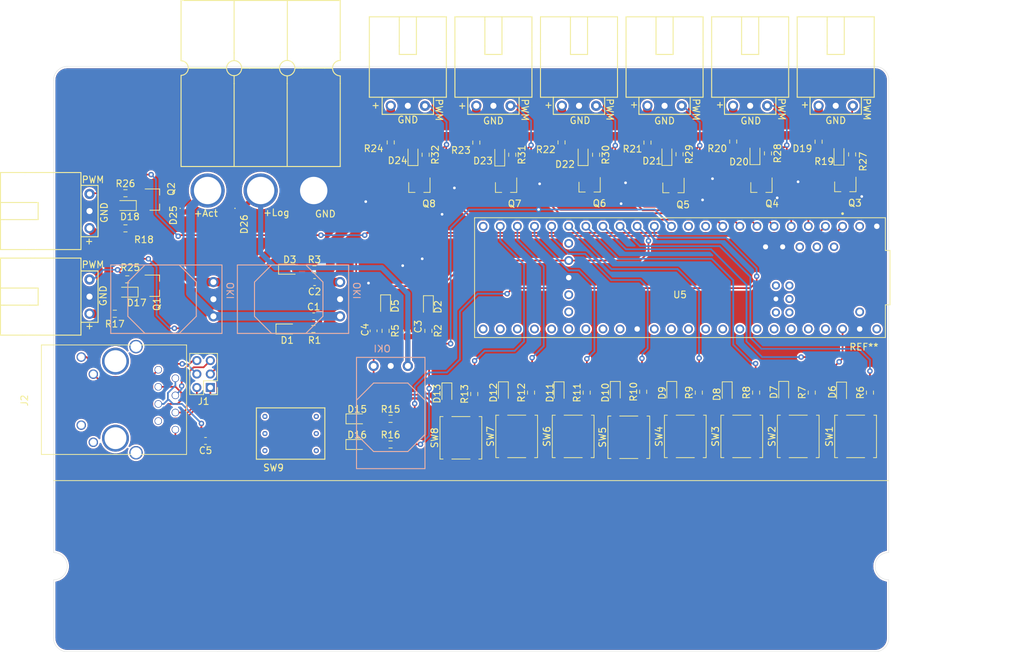
<source format=kicad_pcb>
(kicad_pcb (version 20171130) (host pcbnew "(5.1.10)-1")
  (layers (0 F.Cu signal) (31 B.Cu signal) (34 B.Paste user) (35 F.Paste user) (36 B.SilkS user) (37 F.SilkS user) (38 B.Mask user) (39 F.Mask user) (44 Edge.Cuts user))
  (net 0 "")
  (net 1 GND)
  (net 2 "/Buck Converters/Power_Input_Act")
  (net 3 "/Buck Converters/+5VA")
  (net 4 "/Buck Converters/Power_Input_Log")
  (net 5 "/Buck Converters/+3.3VL")
  (net 6 "/Servo Connectors/Servo_1_PWM")
  (net 7 "/Servo Connectors/Servo_2_PWM")
  (net 8 "/Servo Connectors/Servo_3_PWM")
  (net 9 "/Servo Connectors/Servo_4_PWM")
  (net 10 "/Servo Connectors/Servo_5_PWM")
  (net 11 "/Servo Connectors/Servo_6_PWM")
  (net 12 "/Servo Connectors/Servo_7_PWM")
  (net 13 "/Servo Connectors/Servo_8_PWM")
  (net 14 "Net-(D1-Pad2)")
  (net 15 "Net-(D2-Pad2)")
  (net 16 "Net-(D3-Pad2)")
  (net 17 "Net-(D5-Pad2)")
  (net 18 "Net-(D6-Pad2)")
  (net 19 "Net-(D7-Pad2)")
  (net 20 "Net-(D8-Pad2)")
  (net 21 "Net-(D9-Pad2)")
  (net 22 "Net-(D10-Pad2)")
  (net 23 "Net-(D11-Pad2)")
  (net 24 "Net-(D12-Pad2)")
  (net 25 "Net-(D13-Pad2)")
  (net 26 "Net-(D15-Pad2)")
  (net 27 "Net-(D16-Pad2)")
  (net 28 "Net-(D17-Pad2)")
  (net 29 "Net-(D17-Pad1)")
  (net 30 "Net-(D18-Pad2)")
  (net 31 "Net-(D18-Pad1)")
  (net 32 "Net-(D19-Pad2)")
  (net 33 "Net-(D19-Pad1)")
  (net 34 "Net-(D20-Pad2)")
  (net 35 "Net-(D20-Pad1)")
  (net 36 "Net-(D21-Pad2)")
  (net 37 "Net-(D21-Pad1)")
  (net 38 "Net-(D22-Pad2)")
  (net 39 "Net-(D22-Pad1)")
  (net 40 "Net-(D23-Pad2)")
  (net 41 "Net-(D23-Pad1)")
  (net 42 "Net-(D24-Pad2)")
  (net 43 "Net-(D24-Pad1)")
  (net 44 "Net-(Q1-Pad1)")
  (net 45 "Net-(Q2-Pad1)")
  (net 46 "Net-(Q3-Pad1)")
  (net 47 "Net-(Q4-Pad1)")
  (net 48 "Net-(Q5-Pad1)")
  (net 49 "Net-(Q6-Pad1)")
  (net 50 "Net-(Q7-Pad1)")
  (net 51 "Net-(Q8-Pad1)")
  (net 52 /Switches/Servo_1_SW)
  (net 53 /Switches/Servo_2_SW)
  (net 54 /Teensy/Servo_3_SW)
  (net 55 /Switches/Servo_4_SW)
  (net 56 /Switches/Servo_5_SW)
  (net 57 /Switches/Servo_6_SW)
  (net 58 /Switches/Servo_7_SW)
  (net 59 /Switches/Servo_8_SW)
  (net 60 /Switches/Servo_Manual_Control_Left)
  (net 61 /Switches/Servo_Manual_Control_Right)
  (net 62 "Net-(U5-Pad41)")
  (net 63 "Net-(U5-Pad40)")
  (net 64 "Net-(U5-Pad39)")
  (net 65 "Net-(U5-Pad38)")
  (net 66 "Net-(U5-Pad37)")
  (net 67 "Net-(U5-Pad36)")
  (net 68 "Net-(U5-Pad35)")
  (net 69 "Net-(U5-Pad34)")
  (net 70 "Net-(U5-Pad33)")
  (net 71 "Net-(U5-Pad32)")
  (net 72 "Net-(U5-PadVIN)")
  (net 73 "Net-(U5-Pad23)")
  (net 74 "Net-(U5-Pad22)")
  (net 75 "Net-(U5-Pad21)")
  (net 76 "Net-(U5-Pad20)")
  (net 77 "Net-(U5-Pad19)")
  (net 78 "Net-(U5-Pad18)")
  (net 79 "Net-(U5-Pad17)")
  (net 80 "Net-(U5-Pad16)")
  (net 81 "Net-(U5-Pad15)")
  (net 82 "Net-(U5-Pad14)")
  (net 83 "Net-(U5-Pad13)")
  (net 84 "Net-(U5-Pad10)")
  (net 85 "Net-(U5-Pad9)")
  (net 86 "Net-(U5-PadD+)")
  (net 87 "Net-(U5-Pad5V)")
  (net 88 "Net-(U5-PadLED)")
  (net 89 "Net-(U5-PadT+)")
  (net 90 "Net-(U5-PadR+)")
  (net 91 "Net-(U5-PadPROGRAM)")
  (net 92 "Net-(U5-PadVUSB)")
  (net 93 "Net-(U5-PadON/OFF)")
  (net 94 "Net-(U5-PadVBAT)")
  (net 95 "Net-(U5-Pad0)")
  (net 96 "Net-(C5-Pad2)")
  (net 97 "Net-(C5-Pad1)")
  (net 98 "Net-(J1-Pad6)")
  (net 99 "Net-(J1-Pad5)")
  (net 100 "Net-(J1-Pad4)")
  (net 101 "Net-(J1-Pad2)")
  (net 102 "Net-(J1-Pad1)")
  (net 103 "Net-(J2-Pad7)")
  (net 104 "Net-(J2-Pad11)")
  (net 105 "Net-(J2-Pad12)")
  (module Button_Switch_SMD:SW_SPST_EVPBF (layer F.Cu) (at 143.9164 88.94572 90)
    (fp_text reference SW1 (at 0 -3.9 90) (layer F.SilkS))
    (fp_text value SW_Push)
    (pad 2 smd rect (at 2.88 2 90) (size 2.75 1) (layers F.Cu F.Paste F.Mask) (net 52 /Switches/Servo_1_SW))
    (pad 2 smd rect (at -2.88 2 90) (size 2.75 1) (layers F.Cu F.Paste F.Mask) (net 52 /Switches/Servo_1_SW))
    (pad 1 smd rect (at -2.88 -2 90) (size 2.75 1) (layers F.Cu F.Paste F.Mask) (net 5 "/Buck Converters/+3.3VL"))
    (pad 1 smd rect (at 2.88 -2 90) (size 2.75 1) (layers F.Cu F.Paste F.Mask) (net 5 "/Buck Converters/+3.3VL"))
  )
  (module MRDT_Connectors:RJ45_Teensy (layer F.Cu) (at 21.082 83.6168 270)
    (fp_text reference J2 (at 0 0.5 90) (layer F.SilkS))
    (fp_text value RJ45_LED_Shielded)
    (pad 16 thru_hole circle (at 7.75 -16.05 270) (size 2 2) (drill 1.6) (layers *.Cu *.Mask))
    (pad 15 thru_hole circle (at -8 -16.05 270) (size 2 2) (drill 1.6) (layers *.Cu *.Mask))
    (pad 9 thru_hole circle (at -6.45 -7.92 270) (size 1.4 1.4) (drill 1.02) (layers *.Cu *.Mask) (net 96 "Net-(C5-Pad2)"))
    (pad 12 thru_hole circle (at 6.2 -9.71 270) (size 1.4 1.4) (drill 1.02) (layers *.Cu *.Mask) (net 105 "Net-(J2-Pad12)"))
    (pad 10 thru_hole circle (at -3.91 -9.71 270) (size 1.4 1.4) (drill 1.02) (layers *.Cu *.Mask) (net 100 "Net-(J1-Pad4)"))
    (pad 11 thru_hole circle (at 3.66 -7.92 270) (size 1.4 1.4) (drill 1.02) (layers *.Cu *.Mask) (net 104 "Net-(J2-Pad11)"))
    (pad 13 thru_hole circle (at -5.84 -13 270) (size 4 4) (drill 3.25) (layers *.Cu *.Mask))
    (pad 14 thru_hole circle (at 5.59 -13 270) (size 4 4) (drill 3.25) (layers *.Cu *.Mask))
    (pad 1 thru_hole circle (at -4.57 -19.35 270) (size 1.1 1.1) (drill 0.9) (layers *.Cu *.Mask) (net 102 "Net-(J1-Pad1)"))
    (pad 3 thru_hole circle (at -2.03 -19.35 270) (size 1.1 1.1) (drill 0.9) (layers *.Cu *.Mask) (net 101 "Net-(J1-Pad2)"))
    (pad 5 thru_hole circle (at 0.51 -19.35 270) (size 1.1 1.1) (drill 0.9) (layers *.Cu *.Mask) (net 97 "Net-(C5-Pad1)"))
    (pad 7 thru_hole circle (at 3.05 -19.35 270) (size 1.1 1.1) (drill 0.9) (layers *.Cu *.Mask) (net 103 "Net-(J2-Pad7)"))
    (pad 2 thru_hole circle (at -3.3 -21.89 270) (size 1.1 1.1) (drill 0.9) (layers *.Cu *.Mask) (net 97 "Net-(C5-Pad1)"))
    (pad 4 thru_hole circle (at -0.76 -21.89 270) (size 1.1 1.1) (drill 0.9) (layers *.Cu *.Mask) (net 98 "Net-(J1-Pad6)"))
    (pad 6 thru_hole circle (at 1.78 -21.89 270) (size 1.1 1.1) (drill 0.9) (layers *.Cu *.Mask) (net 99 "Net-(J1-Pad5)"))
    (pad 8 thru_hole circle (at 4.32 -21.89 270) (size 1.1 1.1) (drill 0.9) (layers *.Cu *.Mask) (net 96 "Net-(C5-Pad2)"))
  )
  (module MRDT_Connectors:MOLEX_SL_03_Horizontal (layer F.Cu) (at 30.226 70.739 90)
    (fp_text reference Conn1 hide)
    (fp_text value Molex_SL_03)
    (pad 1 thru_hole circle (at 0 0 90) (size 1.524 1.524) (drill 0.9) (layers *.Cu *.Mask) (net 3 "/Buck Converters/+5VA"))
    (pad 2 thru_hole circle (at 2.54 0 90) (size 1.524 1.524) (drill 0.9) (layers *.Cu *.Mask) (net 1 GND))
    (pad 3 thru_hole circle (at 5.08 0 90) (size 1.524 1.524) (drill 0.762) (layers *.Cu *.Mask) (net 6 "/Servo Connectors/Servo_1_PWM"))
    (pad "" np_thru_hole circle (at -1.27 -8.636 90) (size 3.45 3.45) (drill 3.45) (layers *.Cu *.Mask))
    (pad "" np_thru_hole circle (at 6.35 -8.636 90) (size 3.45 3.45) (drill 3.45) (layers *.Cu *.Mask))
  )
  (module MRDT_Connectors:MOLEX_SL_03_Horizontal (layer F.Cu) (at 30.226 58.039 90)
    (fp_text reference Conn2 hide)
    (fp_text value Molex_SL_03)
    (pad 1 thru_hole circle (at 0 0 90) (size 1.524 1.524) (drill 0.9) (layers *.Cu *.Mask) (net 3 "/Buck Converters/+5VA"))
    (pad 2 thru_hole circle (at 2.54 0 90) (size 1.524 1.524) (drill 0.9) (layers *.Cu *.Mask) (net 1 GND))
    (pad 3 thru_hole circle (at 5.08 0 90) (size 1.524 1.524) (drill 0.762) (layers *.Cu *.Mask) (net 7 "/Servo Connectors/Servo_2_PWM"))
    (pad "" np_thru_hole circle (at -1.27 -8.636 90) (size 3.45 3.45) (drill 3.45) (layers *.Cu *.Mask))
    (pad "" np_thru_hole circle (at 6.35 -8.636 90) (size 3.45 3.45) (drill 3.45) (layers *.Cu *.Mask))
  )
  (module MRDT_Connectors:MOLEX_SL_03_Horizontal (layer F.Cu) (at 100.33 39.878)
    (fp_text reference Conn6 hide)
    (fp_text value Molex_SL_03)
    (pad "" np_thru_hole circle (at 6.35 -8.636) (size 3.45 3.45) (drill 3.45) (layers *.Cu *.Mask))
    (pad "" np_thru_hole circle (at -1.27 -8.636) (size 3.45 3.45) (drill 3.45) (layers *.Cu *.Mask))
    (pad 3 thru_hole circle (at 5.08 0) (size 1.524 1.524) (drill 0.762) (layers *.Cu *.Mask) (net 11 "/Servo Connectors/Servo_6_PWM"))
    (pad 2 thru_hole circle (at 2.54 0) (size 1.524 1.524) (drill 0.9) (layers *.Cu *.Mask) (net 1 GND))
    (pad 1 thru_hole circle (at 0 0) (size 1.524 1.524) (drill 0.9) (layers *.Cu *.Mask) (net 3 "/Buck Converters/+5VA"))
  )
  (module MRDT_Connectors:MOLEX_SL_03_Horizontal (layer F.Cu) (at 74.93 39.878)
    (fp_text reference Conn8 hide)
    (fp_text value Molex_SL_03)
    (pad 1 thru_hole circle (at 0 0) (size 1.524 1.524) (drill 0.9) (layers *.Cu *.Mask) (net 3 "/Buck Converters/+5VA"))
    (pad 2 thru_hole circle (at 2.54 0) (size 1.524 1.524) (drill 0.9) (layers *.Cu *.Mask) (net 1 GND))
    (pad 3 thru_hole circle (at 5.08 0) (size 1.524 1.524) (drill 0.762) (layers *.Cu *.Mask) (net 13 "/Servo Connectors/Servo_8_PWM"))
    (pad "" np_thru_hole circle (at -1.27 -8.636) (size 3.45 3.45) (drill 3.45) (layers *.Cu *.Mask))
    (pad "" np_thru_hole circle (at 6.35 -8.636) (size 3.45 3.45) (drill 3.45) (layers *.Cu *.Mask))
  )
  (module MRDT_Connectors:MOLEX_SL_03_Horizontal (layer F.Cu) (at 113.03 39.878)
    (fp_text reference Conn5 hide)
    (fp_text value Molex_SL_03)
    (pad "" np_thru_hole circle (at 6.35 -8.636) (size 3.45 3.45) (drill 3.45) (layers *.Cu *.Mask))
    (pad "" np_thru_hole circle (at -1.27 -8.636) (size 3.45 3.45) (drill 3.45) (layers *.Cu *.Mask))
    (pad 3 thru_hole circle (at 5.08 0) (size 1.524 1.524) (drill 0.762) (layers *.Cu *.Mask) (net 10 "/Servo Connectors/Servo_5_PWM"))
    (pad 2 thru_hole circle (at 2.54 0) (size 1.524 1.524) (drill 0.9) (layers *.Cu *.Mask) (net 1 GND))
    (pad 1 thru_hole circle (at 0 0) (size 1.524 1.524) (drill 0.9) (layers *.Cu *.Mask) (net 3 "/Buck Converters/+5VA"))
  )
  (module MRDT_Connectors:MOLEX_SL_03_Horizontal (layer F.Cu) (at 138.43 39.878)
    (fp_text reference Conn3 hide)
    (fp_text value Molex_SL_03)
    (pad "" np_thru_hole circle (at 6.35 -8.636) (size 3.45 3.45) (drill 3.45) (layers *.Cu *.Mask))
    (pad "" np_thru_hole circle (at -1.27 -8.636) (size 3.45 3.45) (drill 3.45) (layers *.Cu *.Mask))
    (pad 3 thru_hole circle (at 5.08 0) (size 1.524 1.524) (drill 0.762) (layers *.Cu *.Mask) (net 8 "/Servo Connectors/Servo_3_PWM"))
    (pad 2 thru_hole circle (at 2.54 0) (size 1.524 1.524) (drill 0.9) (layers *.Cu *.Mask) (net 1 GND))
    (pad 1 thru_hole circle (at 0 0) (size 1.524 1.524) (drill 0.9) (layers *.Cu *.Mask) (net 3 "/Buck Converters/+5VA"))
  )
  (module MRDT_Connectors:MOLEX_SL_03_Horizontal (layer F.Cu) (at 87.63 39.878)
    (fp_text reference Conn7 hide)
    (fp_text value Molex_SL_03)
    (pad "" np_thru_hole circle (at 6.35 -8.636) (size 3.45 3.45) (drill 3.45) (layers *.Cu *.Mask))
    (pad "" np_thru_hole circle (at -1.27 -8.636) (size 3.45 3.45) (drill 3.45) (layers *.Cu *.Mask))
    (pad 3 thru_hole circle (at 5.08 0) (size 1.524 1.524) (drill 0.762) (layers *.Cu *.Mask) (net 12 "/Servo Connectors/Servo_7_PWM"))
    (pad 2 thru_hole circle (at 2.54 0) (size 1.524 1.524) (drill 0.9) (layers *.Cu *.Mask) (net 1 GND))
    (pad 1 thru_hole circle (at 0 0) (size 1.524 1.524) (drill 0.9) (layers *.Cu *.Mask) (net 3 "/Buck Converters/+5VA"))
  )
  (module MRDT_Connectors:MOLEX_SL_03_Horizontal (layer F.Cu) (at 125.73 39.878)
    (fp_text reference Conn4 hide)
    (fp_text value Molex_SL_03)
    (pad "" np_thru_hole circle (at 6.35 -8.636) (size 3.45 3.45) (drill 3.45) (layers *.Cu *.Mask))
    (pad "" np_thru_hole circle (at -1.27 -8.636) (size 3.45 3.45) (drill 3.45) (layers *.Cu *.Mask))
    (pad 3 thru_hole circle (at 5.08 0) (size 1.524 1.524) (drill 0.762) (layers *.Cu *.Mask) (net 9 "/Servo Connectors/Servo_4_PWM"))
    (pad 2 thru_hole circle (at 2.54 0) (size 1.524 1.524) (drill 0.9) (layers *.Cu *.Mask) (net 1 GND))
    (pad 1 thru_hole circle (at 0 0) (size 1.524 1.524) (drill 0.9) (layers *.Cu *.Mask) (net 3 "/Buck Converters/+5VA"))
  )
  (module MRDT_Shields:Teensy_4_1_Vertical (layer F.Cu) (at 168.656 100.9396 180)
    (fp_text reference U5 (at 50.8 33.02) (layer F.SilkS))
    (fp_text value Teensy4.1_DEV-16771)
    (fp_text user REF** (at 23.495 25.265) (layer F.SilkS))
    (pad GND1 thru_hole circle (at 21.59 43.18 180) (size 1.308 1.308) (drill 0.8) (layers *.Cu *.Mask) (net 1 GND))
    (pad VBAT thru_hole circle (at 67.31 40.64 180) (size 1.308 1.308) (drill 0.8) (layers *.Cu *.Mask) (net 94 "Net-(U5-PadVBAT)"))
    (pad GND2 thru_hole circle (at 57.15 27.94 180) (size 1.308 1.308) (drill 0.8) (layers *.Cu *.Mask) (net 1 GND))
    (pad R- thru_hole circle (at 36.56 30.39 180) (size 1.208 1.208) (drill 0.7) (layers *.Cu *.Mask))
    (pad T+ thru_hole circle (at 36.56 34.39 180) (size 1.208 1.208) (drill 0.7) (layers *.Cu *.Mask) (net 89 "Net-(U5-PadT+)"))
    (pad ON/OFF thru_hole circle (at 67.31 30.48 180) (size 1.308 1.308) (drill 0.8) (layers *.Cu *.Mask) (net 93 "Net-(U5-PadON/OFF)"))
    (pad R+ thru_hole circle (at 34.56 30.39 180) (size 1.208 1.208) (drill 0.7) (layers *.Cu *.Mask) (net 90 "Net-(U5-PadR+)"))
    (pad 0 thru_hole circle (at 24.13 43.18 180) (size 1.308 1.308) (drill 0.8) (layers *.Cu *.Mask) (net 95 "Net-(U5-Pad0)"))
    (pad 3.3V_3 thru_hole circle (at 67.31 38.1 180) (size 1.308 1.308) (drill 0.8) (layers *.Cu *.Mask) (net 5 "/Buck Converters/+3.3VL"))
    (pad VUSB thru_hole circle (at 24.13 30.48 180) (size 1.308 1.308) (drill 0.8) (layers *.Cu *.Mask) (net 92 "Net-(U5-PadVUSB)"))
    (pad PROGRAM thru_hole circle (at 67.31 33.02 180) (size 1.308 1.308) (drill 0.8) (layers *.Cu *.Mask) (net 91 "Net-(U5-PadPROGRAM)"))
    (pad GND5 thru_hole circle (at 36.56 32.39 180) (size 1.208 1.208) (drill 0.7) (layers *.Cu *.Mask) (net 1 GND))
    (pad GND4 thru_hole circle (at 67.31 35.56 180) (size 1.308 1.308) (drill 0.8) (layers *.Cu *.Mask) (net 1 GND))
    (pad VIN thru_hole circle (at 21.59 27.94 180) (size 1.308 1.308) (drill 0.8) (layers *.Cu *.Mask) (net 72 "Net-(U5-PadVIN)"))
    (pad 9 thru_hole circle (at 46.99 43.18 180) (size 1.308 1.308) (drill 0.8) (layers *.Cu *.Mask) (net 85 "Net-(U5-Pad9)"))
    (pad 31 thru_hole circle (at 77.47 43.18 180) (size 1.308 1.308) (drill 0.8) (layers *.Cu *.Mask) (net 59 /Switches/Servo_8_SW))
    (pad 39 thru_hole circle (at 64.77 27.94 180) (size 1.308 1.308) (drill 0.8) (layers *.Cu *.Mask) (net 64 "Net-(U5-Pad39)"))
    (pad 3 thru_hole circle (at 31.75 43.18 180) (size 1.308 1.308) (drill 0.8) (layers *.Cu *.Mask) (net 8 "/Servo Connectors/Servo_3_PWM"))
    (pad 21 thru_hole circle (at 34.29 27.94 180) (size 1.308 1.308) (drill 0.8) (layers *.Cu *.Mask) (net 75 "Net-(U5-Pad21)"))
    (pad 3.3V_2 thru_hole circle (at 26.67 27.94 180) (size 1.308 1.308) (drill 0.8) (layers *.Cu *.Mask) (net 5 "/Buck Converters/+3.3VL"))
    (pad 5V thru_hole circle (at 27.94 40.13 180) (size 1.258 1.258) (drill 0.75) (layers *.Cu *.Mask) (net 87 "Net-(U5-Pad5V)"))
    (pad 1 thru_hole circle (at 26.67 43.18 180) (size 1.308 1.308) (drill 0.8) (layers *.Cu *.Mask) (net 6 "/Servo Connectors/Servo_1_PWM"))
    (pad D- thru_hole circle (at 30.48 40.13 180) (size 1.258 1.258) (drill 0.75) (layers *.Cu *.Mask))
    (pad 15 thru_hole circle (at 49.53 27.94 180) (size 1.308 1.308) (drill 0.8) (layers *.Cu *.Mask) (net 81 "Net-(U5-Pad15)"))
    (pad GND3 thru_hole circle (at 24.13 27.94 180) (size 1.308 1.308) (drill 0.8) (layers *.Cu *.Mask) (net 1 GND))
    (pad 35 thru_hole circle (at 74.93 27.94 180) (size 1.308 1.308) (drill 0.8) (layers *.Cu *.Mask) (net 68 "Net-(U5-Pad35)"))
    (pad LED thru_hole circle (at 34.56 32.39 180) (size 1.208 1.208) (drill 0.7) (layers *.Cu *.Mask) (net 88 "Net-(U5-PadLED)"))
    (pad 41 thru_hole circle (at 59.69 27.94 180) (size 1.308 1.308) (drill 0.8) (layers *.Cu *.Mask) (net 62 "Net-(U5-Pad41)"))
    (pad 11 thru_hole circle (at 52.07 43.18 180) (size 1.308 1.308) (drill 0.8) (layers *.Cu *.Mask) (net 61 /Switches/Servo_Manual_Control_Right))
    (pad D+ thru_hole circle (at 33.02 40.13) (size 1.258 1.258) (drill 0.75) (layers *.Cu *.Mask) (net 86 "Net-(U5-PadD+)"))
    (pad 19 thru_hole circle (at 39.37 27.94 180) (size 1.308 1.308) (drill 0.8) (layers *.Cu *.Mask) (net 77 "Net-(U5-Pad19)"))
    (pad 20 thru_hole circle (at 36.83 27.94 180) (size 1.308 1.308) (drill 0.8) (layers *.Cu *.Mask) (net 76 "Net-(U5-Pad20)"))
    (pad 28 thru_hole circle (at 69.85 43.18 180) (size 1.308 1.308) (drill 0.8) (layers *.Cu *.Mask) (net 56 /Switches/Servo_5_SW))
    (pad 24 thru_hole circle (at 59.69 43.18 180) (size 1.308 1.308) (drill 0.8) (layers *.Cu *.Mask) (net 52 /Switches/Servo_1_SW))
    (pad 32 thru_hole circle (at 80.01 43.18 180) (size 1.308 1.308) (drill 0.8) (layers *.Cu *.Mask) (net 71 "Net-(U5-Pad32)"))
    (pad 29 thru_hole circle (at 72.39 43.18 180) (size 1.308 1.308) (drill 0.8) (layers *.Cu *.Mask) (net 57 /Switches/Servo_6_SW))
    (pad 38 thru_hole circle (at 67.31 27.94 180) (size 1.308 1.308) (drill 0.8) (layers *.Cu *.Mask) (net 65 "Net-(U5-Pad38)"))
    (pad 18 thru_hole circle (at 41.91 27.94 180) (size 1.308 1.308) (drill 0.8) (layers *.Cu *.Mask) (net 78 "Net-(U5-Pad18)"))
    (pad 8 thru_hole circle (at 44.45 43.18 180) (size 1.308 1.308) (drill 0.8) (layers *.Cu *.Mask) (net 13 "/Servo Connectors/Servo_8_PWM"))
    (pad T- thru_hole circle (at 34.56 34.39 90) (size 1.208 1.208) (drill 0.7) (layers *.Cu *.Mask))
    (pad 36 thru_hole circle (at 72.39 27.94 180) (size 1.308 1.308) (drill 0.8) (layers *.Cu *.Mask) (net 67 "Net-(U5-Pad36)"))
    (pad 40 thru_hole circle (at 62.23 27.94 180) (size 1.308 1.308) (drill 0.8) (layers *.Cu *.Mask) (net 63 "Net-(U5-Pad40)"))
    (pad 4 thru_hole circle (at 34.29 43.18 180) (size 1.308 1.308) (drill 0.8) (layers *.Cu *.Mask) (net 9 "/Servo Connectors/Servo_4_PWM"))
    (pad USB_GND1 thru_hole circle (at 35.56 40.13) (size 1.258 1.258) (drill 0.75) (layers *.Cu *.Mask) (net 1 GND))
    (pad 6 thru_hole circle (at 39.37 43.18 180) (size 1.308 1.308) (drill 0.8) (layers *.Cu *.Mask) (net 11 "/Servo Connectors/Servo_6_PWM"))
    (pad 10 thru_hole circle (at 49.53 43.18 180) (size 1.308 1.308) (drill 0.8) (layers *.Cu *.Mask) (net 84 "Net-(U5-Pad10)"))
    (pad 12 thru_hole circle (at 54.61 43.18 180) (size 1.308 1.308) (drill 0.8) (layers *.Cu *.Mask) (net 60 /Switches/Servo_Manual_Control_Left))
    (pad 34 thru_hole circle (at 77.47 27.94 180) (size 1.308 1.308) (drill 0.8) (layers *.Cu *.Mask) (net 69 "Net-(U5-Pad34)"))
    (pad 27 thru_hole circle (at 67.31 43.18 180) (size 1.308 1.308) (drill 0.8) (layers *.Cu *.Mask) (net 55 /Switches/Servo_4_SW))
    (pad 33 thru_hole circle (at 80.01 27.94 180) (size 1.308 1.308) (drill 0.8) (layers *.Cu *.Mask) (net 70 "Net-(U5-Pad33)"))
    (pad USB_GND2 thru_hole circle (at 38.1 40.13 180) (size 1.258 1.258) (drill 0.75) (layers *.Cu *.Mask) (net 1 GND))
    (pad 14 thru_hole circle (at 52.07 27.94 180) (size 1.308 1.308) (drill 0.8) (layers *.Cu *.Mask) (net 82 "Net-(U5-Pad14)"))
    (pad 17 thru_hole circle (at 44.45 27.94 180) (size 1.308 1.308) (drill 0.8) (layers *.Cu *.Mask) (net 79 "Net-(U5-Pad17)"))
    (pad 5 thru_hole circle (at 36.83 43.18 180) (size 1.308 1.308) (drill 0.8) (layers *.Cu *.Mask) (net 10 "/Servo Connectors/Servo_5_PWM"))
    (pad 7 thru_hole circle (at 41.91 43.18 180) (size 1.308 1.308) (drill 0.8) (layers *.Cu *.Mask) (net 12 "/Servo Connectors/Servo_7_PWM"))
    (pad 22 thru_hole circle (at 31.75 27.94 180) (size 1.308 1.308) (drill 0.8) (layers *.Cu *.Mask) (net 74 "Net-(U5-Pad22)"))
    (pad 25 thru_hole circle (at 62.23 43.18 180) (size 1.308 1.308) (drill 0.8) (layers *.Cu *.Mask) (net 53 /Switches/Servo_2_SW))
    (pad 2 thru_hole circle (at 29.21 43.18 180) (size 1.308 1.308) (drill 0.8) (layers *.Cu *.Mask) (net 7 "/Servo Connectors/Servo_2_PWM"))
    (pad 16 thru_hole circle (at 46.99 27.94 180) (size 1.308 1.308) (drill 0.8) (layers *.Cu *.Mask) (net 80 "Net-(U5-Pad16)"))
    (pad 26 thru_hole circle (at 64.77 43.18 180) (size 1.308 1.308) (drill 0.8) (layers *.Cu *.Mask) (net 54 /Teensy/Servo_3_SW))
    (pad 3.3V_1 thru_hole circle (at 57.15 43.18 180) (size 1.308 1.308) (drill 0.8) (layers *.Cu *.Mask) (net 5 "/Buck Converters/+3.3VL"))
    (pad 13 thru_hole circle (at 54.61 27.94 180) (size 1.308 1.308) (drill 0.8) (layers *.Cu *.Mask) (net 83 "Net-(U5-Pad13)"))
    (pad 30 thru_hole circle (at 74.93 43.18 180) (size 1.308 1.308) (drill 0.8) (layers *.Cu *.Mask) (net 58 /Switches/Servo_7_SW))
    (pad 37 thru_hole circle (at 69.85 27.94 180) (size 1.308 1.308) (drill 0.8) (layers *.Cu *.Mask) (net 66 "Net-(U5-Pad37)"))
    (pad 23 thru_hole circle (at 29.21 27.94 180) (size 1.308 1.308) (drill 0.8) (layers *.Cu *.Mask) (net 73 "Net-(U5-Pad23)"))
  )
  (module Connector_PinHeader_2.00mm:PinHeader_2x03_P2.00mm_Vertical (layer F.Cu) (at 48.1584 81.6864 180)
    (fp_text reference J1 (at 1 -2.06) (layer F.SilkS))
    (fp_text value 6P6C)
    (pad 1 thru_hole rect (at 0 0 180) (size 1.35 1.35) (drill 0.8) (layers *.Cu *.Mask) (net 102 "Net-(J1-Pad1)"))
    (pad 2 thru_hole oval (at 2 0 180) (size 1.35 1.35) (drill 0.8) (layers *.Cu *.Mask) (net 101 "Net-(J1-Pad2)"))
    (pad 3 thru_hole oval (at 0 2 180) (size 1.35 1.35) (drill 0.8) (layers *.Cu *.Mask) (net 96 "Net-(C5-Pad2)"))
    (pad 4 thru_hole oval (at 2 2 180) (size 1.35 1.35) (drill 0.8) (layers *.Cu *.Mask) (net 100 "Net-(J1-Pad4)"))
    (pad 5 thru_hole oval (at 0 4 180) (size 1.35 1.35) (drill 0.8) (layers *.Cu *.Mask) (net 99 "Net-(J1-Pad5)"))
    (pad 6 thru_hole oval (at 2 4 180) (size 1.35 1.35) (drill 0.8) (layers *.Cu *.Mask) (net 98 "Net-(J1-Pad6)"))
  )
  (module Capacitor_SMD:C_0603_1608Metric_Pad1.08x0.95mm_HandSolder (layer F.Cu) (at 47.4461 89.6112 180)
    (fp_text reference C5 (at 0 -1.43) (layer F.SilkS))
    (fp_text value 0.1uF)
    (pad 1 smd roundrect (at -0.8625 0 180) (size 1.075 0.95) (layers F.Cu F.Paste F.Mask) (net 97 "Net-(C5-Pad1)"))
    (pad 2 smd roundrect (at 0.8625 0 180) (size 1.075 0.95) (layers F.Cu F.Paste F.Mask) (net 96 "Net-(C5-Pad2)"))
  )
  (module MRDT_Devices:OKI_Horizontal (layer B.Cu) (at 77.47 78.486 180)
    (fp_text reference U3 hide)
    (fp_text value OKI (at 3.81 2.54 180) (layer B.SilkS) (effects (justify mirror)))
    (pad 3 thru_hole circle (at 5.08 0 180) (size 1.524 1.524) (drill 0.889) (layers *.Cu *.Mask) (net 5 "/Buck Converters/+3.3VL"))
    (pad 2 thru_hole circle (at 2.54 0 180) (size 1.524 1.524) (drill 0.889) (layers *.Cu *.Mask) (net 1 GND))
    (pad 1 thru_hole circle (at 0 0 180) (size 1.524 1.524) (drill 0.889) (layers *.Cu *.Mask) (net 4 "/Buck Converters/Power_Input_Log"))
  )
  (module MRDT_Devices:OKI_Horizontal (layer B.Cu) (at 67.4116 71.12 90)
    (fp_text reference U2 hide)
    (fp_text value OKI (at 3.81 2.54 -90) (layer B.SilkS) (effects (justify mirror)))
    (pad 3 thru_hole circle (at 5.08 0 90) (size 1.524 1.524) (drill 0.889) (layers *.Cu *.Mask) (net 3 "/Buck Converters/+5VA"))
    (pad 2 thru_hole circle (at 2.54 0 90) (size 1.524 1.524) (drill 0.889) (layers *.Cu *.Mask) (net 1 GND))
    (pad 1 thru_hole circle (at 0 0 90) (size 1.524 1.524) (drill 0.889) (layers *.Cu *.Mask) (net 2 "/Buck Converters/Power_Input_Act"))
  )
  (module MRDT_Devices:OKI_Horizontal (layer B.Cu) (at 48.6156 71.12 90)
    (fp_text reference U1 hide)
    (fp_text value OKI (at 3.81 2.54 -90) (layer B.SilkS) (effects (justify mirror)))
    (pad 3 thru_hole circle (at 5.08 0 90) (size 1.524 1.524) (drill 0.889) (layers *.Cu *.Mask) (net 3 "/Buck Converters/+5VA"))
    (pad 2 thru_hole circle (at 2.54 0 90) (size 1.524 1.524) (drill 0.889) (layers *.Cu *.Mask) (net 1 GND))
    (pad 1 thru_hole circle (at 0 0 90) (size 1.524 1.524) (drill 0.889) (layers *.Cu *.Mask) (net 2 "/Buck Converters/Power_Input_Act"))
  )
  (module MRDT_Switches:2P2T_Switch_GrayHill_Series76 (layer F.Cu) (at 56.261 88.519)
    (fp_text reference SW9 (at 1.27 5.08) (layer F.SilkS))
    (fp_text value SW_DPDT_x2)
    (pad C2_1 thru_hole circle (at 7.62 -2.54) (size 0.762 0.762) (drill 0.381) (layers *.Cu *.Mask))
    (pad C2_2 thru_hole circle (at 0 -2.54) (size 0.762 0.762) (drill 0.381) (layers *.Cu *.Mask))
    (pad C2 thru_hole circle (at 7.62 0) (size 0.762 0.762) (drill 0.381) (layers *.Cu *.Mask))
    (pad C1 thru_hole circle (at 0 0) (size 0.762 0.762) (drill 0.381) (layers *.Cu *.Mask))
    (pad C1_1 thru_hole circle (at 7.62 2.54) (size 0.762 0.762) (drill 0.381) (layers *.Cu *.Mask))
    (pad C1_2 thru_hole circle (at 0 2.54) (size 0.762 0.762) (drill 0.381) (layers *.Cu *.Mask))
  )
  (module Button_Switch_SMD:SW_SPST_EVPBF (layer F.Cu) (at 85.344 89.154 90)
    (fp_text reference SW8 (at 0 -3.9 90) (layer F.SilkS))
    (fp_text value SW_Push)
    (pad 1 smd rect (at 2.88 -2 90) (size 2.75 1) (layers F.Cu F.Paste F.Mask) (net 5 "/Buck Converters/+3.3VL"))
    (pad 1 smd rect (at -2.88 -2 90) (size 2.75 1) (layers F.Cu F.Paste F.Mask) (net 5 "/Buck Converters/+3.3VL"))
    (pad 2 smd rect (at -2.88 2 90) (size 2.75 1) (layers F.Cu F.Paste F.Mask) (net 59 /Switches/Servo_8_SW))
    (pad 2 smd rect (at 2.88 2 90) (size 2.75 1) (layers F.Cu F.Paste F.Mask) (net 59 /Switches/Servo_8_SW))
  )
  (module Button_Switch_SMD:SW_SPST_EVPBF (layer F.Cu) (at 93.6244 88.94572 90)
    (fp_text reference SW7 (at 0 -3.9 90) (layer F.SilkS))
    (fp_text value SW_Push)
    (pad 2 smd rect (at 2.88 2 90) (size 2.75 1) (layers F.Cu F.Paste F.Mask) (net 58 /Switches/Servo_7_SW))
    (pad 2 smd rect (at -2.88 2 90) (size 2.75 1) (layers F.Cu F.Paste F.Mask) (net 58 /Switches/Servo_7_SW))
    (pad 1 smd rect (at -2.88 -2 90) (size 2.75 1) (layers F.Cu F.Paste F.Mask) (net 5 "/Buck Converters/+3.3VL"))
    (pad 1 smd rect (at 2.88 -2 90) (size 2.75 1) (layers F.Cu F.Paste F.Mask) (net 5 "/Buck Converters/+3.3VL"))
  )
  (module Button_Switch_SMD:SW_SPST_EVPBF (layer F.Cu) (at 102.0064 88.94572 90)
    (fp_text reference SW6 (at 0 -3.9 90) (layer F.SilkS))
    (fp_text value SW_Push)
    (pad 2 smd rect (at 2.88 2 90) (size 2.75 1) (layers F.Cu F.Paste F.Mask) (net 57 /Switches/Servo_6_SW))
    (pad 2 smd rect (at -2.88 2 90) (size 2.75 1) (layers F.Cu F.Paste F.Mask) (net 57 /Switches/Servo_6_SW))
    (pad 1 smd rect (at -2.88 -2 90) (size 2.75 1) (layers F.Cu F.Paste F.Mask) (net 5 "/Buck Converters/+3.3VL"))
    (pad 1 smd rect (at 2.88 -2 90) (size 2.75 1) (layers F.Cu F.Paste F.Mask) (net 5 "/Buck Converters/+3.3VL"))
  )
  (module Button_Switch_SMD:SW_SPST_EVPBF (layer F.Cu) (at 110.2614 89.07272 90)
    (fp_text reference SW5 (at 0 -3.9 90) (layer F.SilkS))
    (fp_text value SW_Push)
    (pad 2 smd rect (at 2.88 2 90) (size 2.75 1) (layers F.Cu F.Paste F.Mask) (net 56 /Switches/Servo_5_SW))
    (pad 2 smd rect (at -2.88 2 90) (size 2.75 1) (layers F.Cu F.Paste F.Mask) (net 56 /Switches/Servo_5_SW))
    (pad 1 smd rect (at -2.88 -2 90) (size 2.75 1) (layers F.Cu F.Paste F.Mask) (net 5 "/Buck Converters/+3.3VL"))
    (pad 1 smd rect (at 2.88 -2 90) (size 2.75 1) (layers F.Cu F.Paste F.Mask) (net 5 "/Buck Converters/+3.3VL"))
  )
  (module Button_Switch_SMD:SW_SPST_EVPBF (layer F.Cu) (at 118.6434 88.94572 90)
    (fp_text reference SW4 (at 0 -3.9 90) (layer F.SilkS))
    (fp_text value SW_Push)
    (pad 1 smd rect (at 2.88 -2 90) (size 2.75 1) (layers F.Cu F.Paste F.Mask) (net 5 "/Buck Converters/+3.3VL"))
    (pad 1 smd rect (at -2.88 -2 90) (size 2.75 1) (layers F.Cu F.Paste F.Mask) (net 5 "/Buck Converters/+3.3VL"))
    (pad 2 smd rect (at -2.88 2 90) (size 2.75 1) (layers F.Cu F.Paste F.Mask) (net 55 /Switches/Servo_4_SW))
    (pad 2 smd rect (at 2.88 2 90) (size 2.75 1) (layers F.Cu F.Paste F.Mask) (net 55 /Switches/Servo_4_SW))
  )
  (module Button_Switch_SMD:SW_SPST_EVPBF (layer F.Cu) (at 127.0254 88.94572 90)
    (fp_text reference SW3 (at 0 -3.9 90) (layer F.SilkS))
    (fp_text value SW_Push)
    (pad 2 smd rect (at 2.88 2 90) (size 2.75 1) (layers F.Cu F.Paste F.Mask) (net 54 /Teensy/Servo_3_SW))
    (pad 2 smd rect (at -2.88 2 90) (size 2.75 1) (layers F.Cu F.Paste F.Mask) (net 54 /Teensy/Servo_3_SW))
    (pad 1 smd rect (at -2.88 -2 90) (size 2.75 1) (layers F.Cu F.Paste F.Mask) (net 5 "/Buck Converters/+3.3VL"))
    (pad 1 smd rect (at 2.88 -2 90) (size 2.75 1) (layers F.Cu F.Paste F.Mask) (net 5 "/Buck Converters/+3.3VL"))
  )
  (module Button_Switch_SMD:SW_SPST_EVPBF (layer F.Cu) (at 135.4074 88.94572 90)
    (fp_text reference SW2 (at 0 -3.9 90) (layer F.SilkS))
    (fp_text value SW_Push)
    (pad 2 smd rect (at 2.88 2 90) (size 2.75 1) (layers F.Cu F.Paste F.Mask) (net 53 /Switches/Servo_2_SW))
    (pad 2 smd rect (at -2.88 2 90) (size 2.75 1) (layers F.Cu F.Paste F.Mask) (net 53 /Switches/Servo_2_SW))
    (pad 1 smd rect (at -2.88 -2 90) (size 2.75 1) (layers F.Cu F.Paste F.Mask) (net 5 "/Buck Converters/+3.3VL"))
    (pad 1 smd rect (at 2.88 -2 90) (size 2.75 1) (layers F.Cu F.Paste F.Mask) (net 5 "/Buck Converters/+3.3VL"))
  )
  (module Resistor_SMD:R_0603_1608Metric_Pad0.98x0.95mm_HandSolder (layer F.Cu) (at 80.1116 47.1424 270)
    (fp_text reference R32 (at 0 -1.43 90) (layer F.SilkS))
    (fp_text value 510)
    (pad 1 smd roundrect (at -0.9125 0 270) (size 0.975 0.95) (layers F.Cu F.Paste F.Mask) (net 13 "/Servo Connectors/Servo_8_PWM"))
    (pad 2 smd roundrect (at 0.9125 0 270) (size 0.975 0.95) (layers F.Cu F.Paste F.Mask) (net 51 "Net-(Q8-Pad1)"))
  )
  (module Resistor_SMD:R_0603_1608Metric_Pad0.98x0.95mm_HandSolder (layer F.Cu) (at 92.964 47.1424 270)
    (fp_text reference R31 (at 0 -1.43 90) (layer F.SilkS))
    (fp_text value 510)
    (pad 1 smd roundrect (at -0.9125 0 270) (size 0.975 0.95) (layers F.Cu F.Paste F.Mask) (net 12 "/Servo Connectors/Servo_7_PWM"))
    (pad 2 smd roundrect (at 0.9125 0 270) (size 0.975 0.95) (layers F.Cu F.Paste F.Mask) (net 50 "Net-(Q7-Pad1)"))
  )
  (module Resistor_SMD:R_0603_1608Metric_Pad0.98x0.95mm_HandSolder (layer F.Cu) (at 105.41 47.1424 270)
    (fp_text reference R30 (at 0 -1.43 90) (layer F.SilkS))
    (fp_text value 510)
    (pad 1 smd roundrect (at -0.9125 0 270) (size 0.975 0.95) (layers F.Cu F.Paste F.Mask) (net 11 "/Servo Connectors/Servo_6_PWM"))
    (pad 2 smd roundrect (at 0.9125 0 270) (size 0.975 0.95) (layers F.Cu F.Paste F.Mask) (net 49 "Net-(Q6-Pad1)"))
  )
  (module Resistor_SMD:R_0603_1608Metric_Pad0.98x0.95mm_HandSolder (layer F.Cu) (at 117.7925 47.0662 270)
    (fp_text reference R29 (at 0 -1.43 90) (layer F.SilkS))
    (fp_text value 510)
    (pad 1 smd roundrect (at -0.9125 0 270) (size 0.975 0.95) (layers F.Cu F.Paste F.Mask) (net 10 "/Servo Connectors/Servo_5_PWM"))
    (pad 2 smd roundrect (at 0.9125 0 270) (size 0.975 0.95) (layers F.Cu F.Paste F.Mask) (net 48 "Net-(Q5-Pad1)"))
  )
  (module Resistor_SMD:R_0603_1608Metric_Pad0.98x0.95mm_HandSolder (layer F.Cu) (at 130.9116 46.9392 270)
    (fp_text reference R28 (at 0 -1.43 90) (layer F.SilkS))
    (fp_text value 510)
    (pad 1 smd roundrect (at -0.9125 0 270) (size 0.975 0.95) (layers F.Cu F.Paste F.Mask) (net 9 "/Servo Connectors/Servo_4_PWM"))
    (pad 2 smd roundrect (at 0.9125 0 270) (size 0.975 0.95) (layers F.Cu F.Paste F.Mask) (net 47 "Net-(Q4-Pad1)"))
  )
  (module Resistor_SMD:R_0603_1608Metric_Pad0.98x0.95mm_HandSolder (layer F.Cu) (at 143.4084 47.0916 270)
    (fp_text reference R27 (at 1.0668 -1.6256 90) (layer F.SilkS))
    (fp_text value 510)
    (pad 1 smd roundrect (at -0.9125 0 270) (size 0.975 0.95) (layers F.Cu F.Paste F.Mask) (net 8 "/Servo Connectors/Servo_3_PWM"))
    (pad 2 smd roundrect (at 0.9125 0 270) (size 0.975 0.95) (layers F.Cu F.Paste F.Mask) (net 46 "Net-(Q3-Pad1)"))
  )
  (module Resistor_SMD:R_0603_1608Metric_Pad0.98x0.95mm_HandSolder (layer F.Cu) (at 35.5581 52.8574)
    (fp_text reference R26 (at 0 -1.43) (layer F.SilkS))
    (fp_text value 510)
    (pad 2 smd roundrect (at 0.9125 0) (size 0.975 0.95) (layers F.Cu F.Paste F.Mask) (net 45 "Net-(Q2-Pad1)"))
    (pad 1 smd roundrect (at -0.9125 0) (size 0.975 0.95) (layers F.Cu F.Paste F.Mask) (net 7 "/Servo Connectors/Servo_2_PWM"))
  )
  (module Resistor_SMD:R_0603_1608Metric_Pad0.98x0.95mm_HandSolder (layer F.Cu) (at 35.8286 65.6336)
    (fp_text reference R25 (at 0.4426 -1.7526) (layer F.SilkS))
    (fp_text value 510)
    (pad 2 smd roundrect (at 0.9125 0) (size 0.975 0.95) (layers F.Cu F.Paste F.Mask) (net 44 "Net-(Q1-Pad1)"))
    (pad 1 smd roundrect (at -0.9125 0) (size 0.975 0.95) (layers F.Cu F.Paste F.Mask) (net 6 "/Servo Connectors/Servo_1_PWM"))
  )
  (module Resistor_SMD:R_0603_1608Metric_Pad0.98x0.95mm_HandSolder (layer F.Cu) (at 74.93 45.3155 270)
    (fp_text reference R24 (at 0.9125 2.54 180) (layer F.SilkS))
    (fp_text value 100)
    (pad 1 smd roundrect (at -0.9125 0 270) (size 0.975 0.95) (layers F.Cu F.Paste F.Mask) (net 3 "/Buck Converters/+5VA"))
    (pad 2 smd roundrect (at 0.9125 0 270) (size 0.975 0.95) (layers F.Cu F.Paste F.Mask) (net 42 "Net-(D24-Pad2)"))
  )
  (module Resistor_SMD:R_0603_1608Metric_Pad0.98x0.95mm_HandSolder (layer F.Cu) (at 87.63 45.339 270)
    (fp_text reference R23 (at 1.143 2.286 180) (layer F.SilkS))
    (fp_text value 100)
    (pad 1 smd roundrect (at -0.9125 0 270) (size 0.975 0.95) (layers F.Cu F.Paste F.Mask) (net 3 "/Buck Converters/+5VA"))
    (pad 2 smd roundrect (at 0.9125 0 270) (size 0.975 0.95) (layers F.Cu F.Paste F.Mask) (net 40 "Net-(D23-Pad2)"))
  )
  (module Resistor_SMD:R_0603_1608Metric_Pad0.98x0.95mm_HandSolder (layer F.Cu) (at 100.2792 45.3136 270)
    (fp_text reference R22 (at 1.0668 2.3368 180) (layer F.SilkS))
    (fp_text value 100)
    (pad 2 smd roundrect (at 0.9125 0 270) (size 0.975 0.95) (layers F.Cu F.Paste F.Mask) (net 38 "Net-(D22-Pad2)"))
    (pad 1 smd roundrect (at -0.9125 0 270) (size 0.975 0.95) (layers F.Cu F.Paste F.Mask) (net 3 "/Buck Converters/+5VA"))
  )
  (module Resistor_SMD:R_0603_1608Metric_Pad0.98x0.95mm_HandSolder (layer F.Cu) (at 113.03 45.339 270)
    (fp_text reference R21 (at 0.9525 2.2225 180) (layer F.SilkS))
    (fp_text value 100)
    (pad 1 smd roundrect (at -0.9125 0 270) (size 0.975 0.95) (layers F.Cu F.Paste F.Mask) (net 3 "/Buck Converters/+5VA"))
    (pad 2 smd roundrect (at 0.9125 0 270) (size 0.975 0.95) (layers F.Cu F.Paste F.Mask) (net 36 "Net-(D21-Pad2)"))
  )
  (module Resistor_SMD:R_0603_1608Metric_Pad0.98x0.95mm_HandSolder (layer F.Cu) (at 125.7554 45.1866 270)
    (fp_text reference R20 (at 1.0414 2.3749 180) (layer F.SilkS))
    (fp_text value 100)
    (pad 1 smd roundrect (at -0.9125 0 270) (size 0.975 0.95) (layers F.Cu F.Paste F.Mask) (net 3 "/Buck Converters/+5VA"))
    (pad 2 smd roundrect (at 0.9125 0 270) (size 0.975 0.95) (layers F.Cu F.Paste F.Mask) (net 34 "Net-(D20-Pad2)"))
  )
  (module Resistor_SMD:R_0603_1608Metric_Pad0.98x0.95mm_HandSolder (layer F.Cu) (at 138.43 45.212 270)
    (fp_text reference R19 (at 2.921 -0.8255 180) (layer F.SilkS))
    (fp_text value 100)
    (pad 1 smd roundrect (at -0.9125 0 270) (size 0.975 0.95) (layers F.Cu F.Paste F.Mask) (net 3 "/Buck Converters/+5VA"))
    (pad 2 smd roundrect (at 0.9125 0 270) (size 0.975 0.95) (layers F.Cu F.Paste F.Mask) (net 32 "Net-(D19-Pad2)"))
  )
  (module Resistor_SMD:R_0603_1608Metric_Pad0.98x0.95mm_HandSolder (layer F.Cu) (at 35.56 58.0644 180)
    (fp_text reference R18 (at -2.7432 -1.6764) (layer F.SilkS))
    (fp_text value 100)
    (pad 2 smd roundrect (at 0.9125 0 180) (size 0.975 0.95) (layers F.Cu F.Paste F.Mask) (net 30 "Net-(D18-Pad2)"))
    (pad 1 smd roundrect (at -0.9125 0 180) (size 0.975 0.95) (layers F.Cu F.Paste F.Mask) (net 3 "/Buck Converters/+5VA"))
  )
  (module Resistor_SMD:R_0603_1608Metric_Pad0.98x0.95mm_HandSolder (layer F.Cu) (at 33.9833 70.739)
    (fp_text reference R17 (at 0 1.524) (layer F.SilkS))
    (fp_text value 100)
    (pad 2 smd roundrect (at 0.9125 0) (size 0.975 0.95) (layers F.Cu F.Paste F.Mask) (net 28 "Net-(D17-Pad2)"))
    (pad 1 smd roundrect (at -0.9125 0) (size 0.975 0.95) (layers F.Cu F.Paste F.Mask) (net 3 "/Buck Converters/+5VA"))
  )
  (module Resistor_SMD:R_0603_1608Metric_Pad0.98x0.95mm_HandSolder (layer F.Cu) (at 74.9046 90.1446)
    (fp_text reference R16 (at 0 -1.43) (layer F.SilkS))
    (fp_text value 43)
    (pad 1 smd roundrect (at -0.9125 0) (size 0.975 0.95) (layers F.Cu F.Paste F.Mask) (net 27 "Net-(D16-Pad2)"))
    (pad 2 smd roundrect (at 0.9125 0) (size 0.975 0.95) (layers F.Cu F.Paste F.Mask) (net 61 /Switches/Servo_Manual_Control_Right))
  )
  (module Resistor_SMD:R_0603_1608Metric_Pad0.98x0.95mm_HandSolder (layer F.Cu) (at 74.9046 86.3346)
    (fp_text reference R15 (at 0 -1.43) (layer F.SilkS))
    (fp_text value 43)
    (pad 1 smd roundrect (at -0.9125 0) (size 0.975 0.95) (layers F.Cu F.Paste F.Mask) (net 26 "Net-(D15-Pad2)"))
    (pad 2 smd roundrect (at 0.9125 0) (size 0.975 0.95) (layers F.Cu F.Paste F.Mask) (net 60 /Switches/Servo_Manual_Control_Left))
  )
  (module Resistor_SMD:R_0603_1608Metric_Pad0.98x0.95mm_HandSolder (layer F.Cu) (at 87.3252 82.6516 90)
    (fp_text reference R13 (at 0 -1.43 90) (layer F.SilkS))
    (fp_text value 43)
    (pad 1 smd roundrect (at -0.9125 0 90) (size 0.975 0.95) (layers F.Cu F.Paste F.Mask) (net 25 "Net-(D13-Pad2)"))
    (pad 2 smd roundrect (at 0.9125 0 90) (size 0.975 0.95) (layers F.Cu F.Paste F.Mask) (net 59 /Switches/Servo_8_SW))
  )
  (module Resistor_SMD:R_0603_1608Metric_Pad0.98x0.95mm_HandSolder (layer F.Cu) (at 95.758 82.4465 90)
    (fp_text reference R12 (at 0 -1.43 90) (layer F.SilkS))
    (fp_text value 43)
    (pad 2 smd roundrect (at 0.9125 0 90) (size 0.975 0.95) (layers F.Cu F.Paste F.Mask) (net 58 /Switches/Servo_7_SW))
    (pad 1 smd roundrect (at -0.9125 0 90) (size 0.975 0.95) (layers F.Cu F.Paste F.Mask) (net 24 "Net-(D12-Pad2)"))
  )
  (module Resistor_SMD:R_0603_1608Metric_Pad0.98x0.95mm_HandSolder (layer F.Cu) (at 104.013 82.4465 90)
    (fp_text reference R11 (at 0 -1.43 90) (layer F.SilkS))
    (fp_text value 43)
    (pad 2 smd roundrect (at 0.9125 0 90) (size 0.975 0.95) (layers F.Cu F.Paste F.Mask) (net 57 /Switches/Servo_6_SW))
    (pad 1 smd roundrect (at -0.9125 0 90) (size 0.975 0.95) (layers F.Cu F.Paste F.Mask) (net 23 "Net-(D11-Pad2)"))
  )
  (module Resistor_SMD:R_0603_1608Metric_Pad0.98x0.95mm_HandSolder (layer F.Cu) (at 112.395 82.3195 90)
    (fp_text reference R10 (at 0 -1.43 90) (layer F.SilkS))
    (fp_text value 43)
    (pad 2 smd roundrect (at 0.9125 0 90) (size 0.975 0.95) (layers F.Cu F.Paste F.Mask) (net 56 /Switches/Servo_5_SW))
    (pad 1 smd roundrect (at -0.9125 0 90) (size 0.975 0.95) (layers F.Cu F.Paste F.Mask) (net 22 "Net-(D10-Pad2)"))
  )
  (module Resistor_SMD:R_0603_1608Metric_Pad0.98x0.95mm_HandSolder (layer F.Cu) (at 120.65 82.4465 90)
    (fp_text reference R9 (at 0 -1.43 90) (layer F.SilkS))
    (fp_text value 43)
    (pad 1 smd roundrect (at -0.9125 0 90) (size 0.975 0.95) (layers F.Cu F.Paste F.Mask) (net 21 "Net-(D9-Pad2)"))
    (pad 2 smd roundrect (at 0.9125 0 90) (size 0.975 0.95) (layers F.Cu F.Paste F.Mask) (net 55 /Switches/Servo_4_SW))
  )
  (module Resistor_SMD:R_0603_1608Metric_Pad0.98x0.95mm_HandSolder (layer F.Cu) (at 129.159 82.4465 90)
    (fp_text reference R8 (at 0 -1.43 90) (layer F.SilkS))
    (fp_text value 43)
    (pad 2 smd roundrect (at 0.9125 0 90) (size 0.975 0.95) (layers F.Cu F.Paste F.Mask) (net 54 /Teensy/Servo_3_SW))
    (pad 1 smd roundrect (at -0.9125 0 90) (size 0.975 0.95) (layers F.Cu F.Paste F.Mask) (net 20 "Net-(D8-Pad2)"))
  )
  (module Resistor_SMD:R_0603_1608Metric_Pad0.98x0.95mm_HandSolder (layer F.Cu) (at 137.414 82.4465 90)
    (fp_text reference R7 (at 0 -1.43 90) (layer F.SilkS))
    (fp_text value 43)
    (pad 2 smd roundrect (at 0.9125 0 90) (size 0.975 0.95) (layers F.Cu F.Paste F.Mask) (net 53 /Switches/Servo_2_SW))
    (pad 1 smd roundrect (at -0.9125 0 90) (size 0.975 0.95) (layers F.Cu F.Paste F.Mask) (net 19 "Net-(D7-Pad2)"))
  )
  (module Resistor_SMD:R_0603_1608Metric_Pad0.98x0.95mm_HandSolder (layer F.Cu) (at 146.05 82.4465 90)
    (fp_text reference R6 (at 0 -1.43 90) (layer F.SilkS))
    (fp_text value 43)
    (pad 2 smd roundrect (at 0.9125 0 90) (size 0.975 0.95) (layers F.Cu F.Paste F.Mask) (net 52 /Switches/Servo_1_SW))
    (pad 1 smd roundrect (at -0.9125 0 90) (size 0.975 0.95) (layers F.Cu F.Paste F.Mask) (net 18 "Net-(D6-Pad2)"))
  )
  (module Resistor_SMD:R_0603_1608Metric_Pad0.98x0.95mm_HandSolder (layer F.Cu) (at 74.168 73.279 270)
    (fp_text reference R5 (at 0 -1.43 270) (layer F.SilkS))
    (fp_text value 43)
    (pad 2 smd roundrect (at 0.9125 0 270) (size 0.975 0.95) (layers F.Cu F.Paste F.Mask) (net 5 "/Buck Converters/+3.3VL"))
    (pad 1 smd roundrect (at -0.9125 0 270) (size 0.975 0.95) (layers F.Cu F.Paste F.Mask) (net 17 "Net-(D5-Pad2)"))
  )
  (module Resistor_SMD:R_0603_1608Metric_Pad0.98x0.95mm_HandSolder (layer F.Cu) (at 63.6035 64.135)
    (fp_text reference R3 (at 0 -1.43 180) (layer F.SilkS))
    (fp_text value 100)
    (pad 2 smd roundrect (at 0.9125 0) (size 0.975 0.95) (layers F.Cu F.Paste F.Mask) (net 3 "/Buck Converters/+5VA"))
    (pad 1 smd roundrect (at -0.9125 0) (size 0.975 0.95) (layers F.Cu F.Paste F.Mask) (net 16 "Net-(D3-Pad2)"))
  )
  (module Resistor_SMD:R_0603_1608Metric_Pad0.98x0.95mm_HandSolder (layer F.Cu) (at 80.518 73.279 270)
    (fp_text reference R2 (at 0 -1.43 270) (layer F.SilkS))
    (fp_text value 330)
    (pad 2 smd roundrect (at 0.9125 0 270) (size 0.975 0.95) (layers F.Cu F.Paste F.Mask) (net 4 "/Buck Converters/Power_Input_Log"))
    (pad 1 smd roundrect (at -0.9125 0 270) (size 0.975 0.95) (layers F.Cu F.Paste F.Mask) (net 15 "Net-(D2-Pad2)"))
  )
  (module Resistor_SMD:R_0603_1608Metric_Pad0.98x0.95mm_HandSolder (layer F.Cu) (at 63.4473 72.9996)
    (fp_text reference R1 (at 0.1797 1.6764 180) (layer F.SilkS))
    (fp_text value 330)
    (pad 2 smd roundrect (at 0.9125 0) (size 0.975 0.95) (layers F.Cu F.Paste F.Mask) (net 2 "/Buck Converters/Power_Input_Act"))
    (pad 1 smd roundrect (at -0.9125 0) (size 0.975 0.95) (layers F.Cu F.Paste F.Mask) (net 14 "Net-(D1-Pad2)"))
  )
  (module Package_TO_SOT_SMD:SOT-23 (layer F.Cu) (at 79.1845 51.9684 270)
    (fp_text reference Q8 (at 2.4384 -1.4224 180) (layer F.SilkS))
    (fp_text value Q_NMOS_GDS)
    (pad 1 smd rect (at -1 -0.95 270) (size 0.9 0.8) (layers F.Cu F.Paste F.Mask) (net 51 "Net-(Q8-Pad1)"))
    (pad 2 smd rect (at -1 0.95 270) (size 0.9 0.8) (layers F.Cu F.Paste F.Mask) (net 43 "Net-(D24-Pad1)"))
    (pad 3 smd rect (at 1 0 270) (size 0.9 0.8) (layers F.Cu F.Paste F.Mask) (net 1 GND))
  )
  (module Package_TO_SOT_SMD:SOT-23 (layer F.Cu) (at 92.0496 51.9684 270)
    (fp_text reference Q7 (at 2.4384 -1.27 180) (layer F.SilkS))
    (fp_text value Q_NMOS_GDS)
    (pad 1 smd rect (at -1 -0.95 270) (size 0.9 0.8) (layers F.Cu F.Paste F.Mask) (net 50 "Net-(Q7-Pad1)"))
    (pad 2 smd rect (at -1 0.95 270) (size 0.9 0.8) (layers F.Cu F.Paste F.Mask) (net 41 "Net-(D23-Pad1)"))
    (pad 3 smd rect (at 1 0 270) (size 0.9 0.8) (layers F.Cu F.Paste F.Mask) (net 1 GND))
  )
  (module Package_TO_SOT_SMD:SOT-23 (layer F.Cu) (at 104.4448 51.9176 270)
    (fp_text reference Q6 (at 2.4384 -1.4732 180) (layer F.SilkS))
    (fp_text value Q_NMOS_GDS)
    (pad 1 smd rect (at -1 -0.95 270) (size 0.9 0.8) (layers F.Cu F.Paste F.Mask) (net 49 "Net-(Q6-Pad1)"))
    (pad 2 smd rect (at -1 0.95 270) (size 0.9 0.8) (layers F.Cu F.Paste F.Mask) (net 39 "Net-(D22-Pad1)"))
    (pad 3 smd rect (at 1 0 270) (size 0.9 0.8) (layers F.Cu F.Paste F.Mask) (net 1 GND))
  )
  (module Package_TO_SOT_SMD:SOT-23 (layer F.Cu) (at 116.8908 52.0192 270)
    (fp_text reference Q5 (at 2.54 -1.4224 180) (layer F.SilkS))
    (fp_text value Q_NMOS_GDS)
    (pad 1 smd rect (at -1 -0.95 270) (size 0.9 0.8) (layers F.Cu F.Paste F.Mask) (net 48 "Net-(Q5-Pad1)"))
    (pad 2 smd rect (at -1 0.95 270) (size 0.9 0.8) (layers F.Cu F.Paste F.Mask) (net 37 "Net-(D21-Pad1)"))
    (pad 3 smd rect (at 1 0 270) (size 0.9 0.8) (layers F.Cu F.Paste F.Mask) (net 1 GND))
  )
  (module Package_TO_SOT_SMD:SOT-23 (layer F.Cu) (at 129.9464 51.9684 270)
    (fp_text reference Q4 (at 2.4384 -1.5748 180) (layer F.SilkS))
    (fp_text value Q_NMOS_GDS)
    (pad 1 smd rect (at -1 -0.95 270) (size 0.9 0.8) (layers F.Cu F.Paste F.Mask) (net 47 "Net-(Q4-Pad1)"))
    (pad 2 smd rect (at -1 0.95 270) (size 0.9 0.8) (layers F.Cu F.Paste F.Mask) (net 35 "Net-(D20-Pad1)"))
    (pad 3 smd rect (at 1 0 270) (size 0.9 0.8) (layers F.Cu F.Paste F.Mask) (net 1 GND))
  )
  (module Package_TO_SOT_SMD:SOT-23 (layer F.Cu) (at 142.3924 51.8668 270)
    (fp_text reference Q3 (at 2.4384 -1.4224 180) (layer F.SilkS))
    (fp_text value Q_NMOS_GDS)
    (pad 1 smd rect (at -1 -0.95 270) (size 0.9 0.8) (layers F.Cu F.Paste F.Mask) (net 46 "Net-(Q3-Pad1)"))
    (pad 2 smd rect (at -1 0.95 270) (size 0.9 0.8) (layers F.Cu F.Paste F.Mask) (net 33 "Net-(D19-Pad1)"))
    (pad 3 smd rect (at 1 0 270) (size 0.9 0.8) (layers F.Cu F.Paste F.Mask) (net 1 GND))
  )
  (module Package_TO_SOT_SMD:SOT-23 (layer F.Cu) (at 39.878 53.7972)
    (fp_text reference Q2 (at 2.4892 -1.5748 -90) (layer F.SilkS))
    (fp_text value Q_NMOS_GDS)
    (pad 3 smd rect (at 1 0) (size 0.9 0.8) (layers F.Cu F.Paste F.Mask) (net 1 GND))
    (pad 2 smd rect (at -1 0.95) (size 0.9 0.8) (layers F.Cu F.Paste F.Mask) (net 31 "Net-(D18-Pad1)"))
    (pad 1 smd rect (at -1 -0.95) (size 0.9 0.8) (layers F.Cu F.Paste F.Mask) (net 45 "Net-(Q2-Pad1)"))
  )
  (module Package_TO_SOT_SMD:SOT-23 (layer F.Cu) (at 39.862 66.5836)
    (fp_text reference Q1 (at 0.3716 2.733 -90) (layer F.SilkS))
    (fp_text value Q_NMOS_GDS)
    (pad 3 smd rect (at 1 0) (size 0.9 0.8) (layers F.Cu F.Paste F.Mask) (net 1 GND))
    (pad 2 smd rect (at -1 0.95) (size 0.9 0.8) (layers F.Cu F.Paste F.Mask) (net 29 "Net-(D17-Pad1)"))
    (pad 1 smd rect (at -1 -0.95) (size 0.9 0.8) (layers F.Cu F.Paste F.Mask) (net 44 "Net-(Q1-Pad1)"))
  )
  (module Diode_SMD:D_0201_0603Metric_Pad0.64x0.40mm_HandSolder (layer F.Cu) (at 51.816 56.134 270)
    (fp_text reference D26 (at 1.3208 -1.3716 90) (layer F.SilkS))
    (fp_text value D_Zener)
    (pad 1 smd roundrect (at -0.4075 0 270) (size 0.635 0.4) (layers F.Cu F.Mask) (net 4 "/Buck Converters/Power_Input_Log"))
    (pad 2 smd roundrect (at 0.4075 0 270) (size 0.635 0.4) (layers F.Cu F.Mask) (net 1 GND))
  )
  (module Diode_SMD:D_0201_0603Metric_Pad0.64x0.40mm_HandSolder (layer F.Cu) (at 43.688 56.134 270)
    (fp_text reference D25 (at 0 1.016 90) (layer F.SilkS))
    (fp_text value D_Zener)
    (pad 2 smd roundrect (at 0.4075 0 270) (size 0.635 0.4) (layers F.Cu F.Mask) (net 1 GND))
    (pad 1 smd roundrect (at -0.4075 0 270) (size 0.635 0.4) (layers F.Cu F.Mask) (net 2 "/Buck Converters/Power_Input_Act"))
  )
  (module LED_SMD:LED_0603_1608Metric_Pad1.05x0.95mm_HandSolder (layer F.Cu) (at 78.232 47.0916 90)
    (fp_text reference D24 (at -0.9144 -2.286 180) (layer F.SilkS))
    (fp_text value LED)
    (pad 1 smd roundrect (at -0.875 0 90) (size 1.05 0.95) (layers F.Cu F.Paste F.Mask) (net 43 "Net-(D24-Pad1)"))
    (pad 2 smd roundrect (at 0.875 0 90) (size 1.05 0.95) (layers F.Cu F.Paste F.Mask) (net 42 "Net-(D24-Pad2)"))
  )
  (module LED_SMD:LED_0603_1608Metric_Pad1.05x0.95mm_HandSolder (layer F.Cu) (at 91.1098 47.1424 90)
    (fp_text reference D23 (at -0.9144 -2.4892 180) (layer F.SilkS))
    (fp_text value LED)
    (pad 1 smd roundrect (at -0.875 0 90) (size 1.05 0.95) (layers F.Cu F.Paste F.Mask) (net 41 "Net-(D23-Pad1)"))
    (pad 2 smd roundrect (at 0.875 0 90) (size 1.05 0.95) (layers F.Cu F.Paste F.Mask) (net 40 "Net-(D23-Pad2)"))
  )
  (module LED_SMD:LED_0603_1608Metric_Pad1.05x0.95mm_HandSolder (layer F.Cu) (at 103.4796 47.0916 90)
    (fp_text reference D22 (at -1.4732 -2.6924 180) (layer F.SilkS))
    (fp_text value LED)
    (pad 1 smd roundrect (at -0.875 0 90) (size 1.05 0.95) (layers F.Cu F.Paste F.Mask) (net 39 "Net-(D22-Pad1)"))
    (pad 2 smd roundrect (at 0.875 0 90) (size 1.05 0.95) (layers F.Cu F.Paste F.Mask) (net 38 "Net-(D22-Pad2)"))
  )
  (module LED_SMD:LED_0603_1608Metric_Pad1.05x0.95mm_HandSolder (layer F.Cu) (at 115.9129 47.0662 90)
    (fp_text reference D21 (at -1.0033 -2.1844 180) (layer F.SilkS))
    (fp_text value LED)
    (pad 1 smd roundrect (at -0.875 0 90) (size 1.05 0.95) (layers F.Cu F.Paste F.Mask) (net 37 "Net-(D21-Pad1)"))
    (pad 2 smd roundrect (at 0.875 0 90) (size 1.05 0.95) (layers F.Cu F.Paste F.Mask) (net 36 "Net-(D21-Pad2)"))
  )
  (module LED_SMD:LED_0603_1608Metric_Pad1.05x0.95mm_HandSolder (layer F.Cu) (at 128.9812 46.9519 90)
    (fp_text reference D20 (at -1.2446 -2.3622 180) (layer F.SilkS))
    (fp_text value LED)
    (pad 1 smd roundrect (at -0.875 0 90) (size 1.05 0.95) (layers F.Cu F.Paste F.Mask) (net 35 "Net-(D20-Pad1)"))
    (pad 2 smd roundrect (at 0.875 0 90) (size 1.05 0.95) (layers F.Cu F.Paste F.Mask) (net 34 "Net-(D20-Pad2)"))
  )
  (module LED_SMD:LED_0603_1608Metric_Pad1.05x0.95mm_HandSolder (layer F.Cu) (at 141.4526 47.0154 90)
    (fp_text reference D19 (at 0.7874 -5.4356 180) (layer F.SilkS))
    (fp_text value LED)
    (pad 2 smd roundrect (at 0.875 0 90) (size 1.05 0.95) (layers F.Cu F.Paste F.Mask) (net 32 "Net-(D19-Pad2)"))
    (pad 1 smd roundrect (at -0.875 0 90) (size 1.05 0.95) (layers F.Cu F.Paste F.Mask) (net 33 "Net-(D19-Pad1)"))
  )
  (module LED_SMD:LED_0603_1608Metric_Pad1.05x0.95mm_HandSolder (layer F.Cu) (at 35.5092 54.6862 180)
    (fp_text reference D18 (at -0.7112 -1.651 180) (layer F.SilkS))
    (fp_text value LED)
    (pad 2 smd roundrect (at 0.875 0 180) (size 1.05 0.95) (layers F.Cu F.Paste F.Mask) (net 30 "Net-(D18-Pad2)"))
    (pad 1 smd roundrect (at -0.875 0 180) (size 1.05 0.95) (layers F.Cu F.Paste F.Mask) (net 31 "Net-(D18-Pad1)"))
  )
  (module LED_SMD:LED_0603_1608Metric_Pad1.05x0.95mm_HandSolder (layer F.Cu) (at 35.7746 67.5386 180)
    (fp_text reference D17 (at -1.4618 -1.5748) (layer F.SilkS))
    (fp_text value LED)
    (pad 2 smd roundrect (at 0.875 0 180) (size 1.05 0.95) (layers F.Cu F.Paste F.Mask) (net 28 "Net-(D17-Pad2)"))
    (pad 1 smd roundrect (at -0.875 0 180) (size 1.05 0.95) (layers F.Cu F.Paste F.Mask) (net 29 "Net-(D17-Pad1)"))
  )
  (module LED_SMD:LED_0603_1608Metric_Pad1.05x0.95mm_HandSolder (layer F.Cu) (at 69.9376 90.1446)
    (fp_text reference D16 (at 0 -1.43) (layer F.SilkS))
    (fp_text value LED)
    (pad 1 smd roundrect (at -0.875 0) (size 1.05 0.95) (layers F.Cu F.Paste F.Mask) (net 1 GND))
    (pad 2 smd roundrect (at 0.875 0) (size 1.05 0.95) (layers F.Cu F.Paste F.Mask) (net 27 "Net-(D16-Pad2)"))
  )
  (module LED_SMD:LED_0603_1608Metric_Pad1.05x0.95mm_HandSolder (layer F.Cu) (at 69.9516 86.3346)
    (fp_text reference D15 (at 0 -1.43) (layer F.SilkS))
    (fp_text value LED)
    (pad 1 smd roundrect (at -0.875 0) (size 1.05 0.95) (layers F.Cu F.Paste F.Mask) (net 1 GND))
    (pad 2 smd roundrect (at 0.875 0) (size 1.05 0.95) (layers F.Cu F.Paste F.Mask) (net 26 "Net-(D15-Pad2)"))
  )
  (module LED_SMD:LED_0603_1608Metric_Pad1.05x0.95mm_HandSolder (layer F.Cu) (at 83.2612 82.6656 270)
    (fp_text reference D13 (at -0.0648 1.4732 90) (layer F.SilkS))
    (fp_text value LED)
    (pad 1 smd roundrect (at -0.875 0 270) (size 1.05 0.95) (layers F.Cu F.Paste F.Mask) (net 1 GND))
    (pad 2 smd roundrect (at 0.875 0 270) (size 1.05 0.95) (layers F.Cu F.Paste F.Mask) (net 25 "Net-(D13-Pad2)"))
  )
  (module LED_SMD:LED_0603_1608Metric_Pad1.05x0.95mm_HandSolder (layer F.Cu) (at 91.6432 82.4992 270)
    (fp_text reference D12 (at -0.0508 1.4732 90) (layer F.SilkS))
    (fp_text value LED)
    (pad 2 smd roundrect (at 0.875 0 270) (size 1.05 0.95) (layers F.Cu F.Paste F.Mask) (net 24 "Net-(D12-Pad2)"))
    (pad 1 smd roundrect (at -0.875 0 270) (size 1.05 0.95) (layers F.Cu F.Paste F.Mask) (net 1 GND))
  )
  (module LED_SMD:LED_0603_1608Metric_Pad1.05x0.95mm_HandSolder (layer F.Cu) (at 99.9236 82.4992 270)
    (fp_text reference D11 (at -0.0508 1.3716 90) (layer F.SilkS))
    (fp_text value LED)
    (pad 2 smd roundrect (at 0.875 0 270) (size 1.05 0.95) (layers F.Cu F.Paste F.Mask) (net 23 "Net-(D11-Pad2)"))
    (pad 1 smd roundrect (at -0.875 0 270) (size 1.05 0.95) (layers F.Cu F.Paste F.Mask) (net 1 GND))
  )
  (module LED_SMD:LED_0603_1608Metric_Pad1.05x0.95mm_HandSolder (layer F.Cu) (at 108.2548 82.4484 270)
    (fp_text reference D10 (at 0 1.4732 90) (layer F.SilkS))
    (fp_text value LED)
    (pad 2 smd roundrect (at 0.875 0 270) (size 1.05 0.95) (layers F.Cu F.Paste F.Mask) (net 22 "Net-(D10-Pad2)"))
    (pad 1 smd roundrect (at -0.875 0 270) (size 1.05 0.95) (layers F.Cu F.Paste F.Mask) (net 1 GND))
  )
  (module LED_SMD:LED_0603_1608Metric_Pad1.05x0.95mm_HandSolder (layer F.Cu) (at 116.6368 82.4484 270)
    (fp_text reference D9 (at 0.0508 1.4224 90) (layer F.SilkS))
    (fp_text value LED)
    (pad 1 smd roundrect (at -0.875 0 270) (size 1.05 0.95) (layers F.Cu F.Paste F.Mask) (net 1 GND))
    (pad 2 smd roundrect (at 0.875 0 270) (size 1.05 0.95) (layers F.Cu F.Paste F.Mask) (net 21 "Net-(D9-Pad2)"))
  )
  (module LED_SMD:LED_0603_1608Metric_Pad1.05x0.95mm_HandSolder (layer F.Cu) (at 124.8664 82.4992 270)
    (fp_text reference D8 (at 0.2032 1.524 90) (layer F.SilkS))
    (fp_text value LED)
    (pad 2 smd roundrect (at 0.875 0 270) (size 1.05 0.95) (layers F.Cu F.Paste F.Mask) (net 20 "Net-(D8-Pad2)"))
    (pad 1 smd roundrect (at -0.875 0 270) (size 1.05 0.95) (layers F.Cu F.Paste F.Mask) (net 1 GND))
  )
  (module LED_SMD:LED_0603_1608Metric_Pad1.05x0.95mm_HandSolder (layer F.Cu) (at 133.2484 82.437 270)
    (fp_text reference D7 (at -0.0394 1.4732 90) (layer F.SilkS))
    (fp_text value LED)
    (pad 2 smd roundrect (at 0.875 0 270) (size 1.05 0.95) (layers F.Cu F.Paste F.Mask) (net 19 "Net-(D7-Pad2)"))
    (pad 1 smd roundrect (at -0.875 0 270) (size 1.05 0.95) (layers F.Cu F.Paste F.Mask) (net 1 GND))
  )
  (module LED_SMD:LED_0603_1608Metric_Pad1.05x0.95mm_HandSolder (layer F.Cu) (at 141.8336 82.55 270)
    (fp_text reference D6 (at -0.2032 1.3716 90) (layer F.SilkS))
    (fp_text value LED)
    (pad 2 smd roundrect (at 0.875 0 270) (size 1.05 0.95) (layers F.Cu F.Paste F.Mask) (net 18 "Net-(D6-Pad2)"))
    (pad 1 smd roundrect (at -0.875 0 270) (size 1.05 0.95) (layers F.Cu F.Paste F.Mask) (net 1 GND))
  )
  (module LED_SMD:LED_0603_1608Metric_Pad1.05x0.95mm_HandSolder (layer F.Cu) (at 74.168 69.596 270)
    (fp_text reference D5 (at 0 -1.43 270) (layer F.SilkS))
    (fp_text value LED)
    (pad 2 smd roundrect (at 0.875 0 270) (size 1.05 0.95) (layers F.Cu F.Paste F.Mask) (net 17 "Net-(D5-Pad2)"))
    (pad 1 smd roundrect (at -0.875 0 270) (size 1.05 0.95) (layers F.Cu F.Paste F.Mask) (net 1 GND))
  )
  (module LED_SMD:LED_0603_1608Metric_Pad1.05x0.95mm_HandSolder (layer F.Cu) (at 59.944 64.135)
    (fp_text reference D3 (at 0 -1.43 180) (layer F.SilkS))
    (fp_text value LED)
    (pad 2 smd roundrect (at 0.875 0) (size 1.05 0.95) (layers F.Cu F.Paste F.Mask) (net 16 "Net-(D3-Pad2)"))
    (pad 1 smd roundrect (at -0.875 0) (size 1.05 0.95) (layers F.Cu F.Paste F.Mask) (net 1 GND))
  )
  (module LED_SMD:LED_0603_1608Metric_Pad1.05x0.95mm_HandSolder (layer F.Cu) (at 80.518 69.723 270)
    (fp_text reference D2 (at 0 -1.43 270) (layer F.SilkS))
    (fp_text value LED)
    (pad 2 smd roundrect (at 0.875 0 270) (size 1.05 0.95) (layers F.Cu F.Paste F.Mask) (net 15 "Net-(D2-Pad2)"))
    (pad 1 smd roundrect (at -0.875 0 270) (size 1.05 0.95) (layers F.Cu F.Paste F.Mask) (net 1 GND))
  )
  (module LED_SMD:LED_0603_1608Metric_Pad1.05x0.95mm_HandSolder (layer F.Cu) (at 59.5643 72.9996)
    (fp_text reference D1 (at 0 1.6764 180) (layer F.SilkS))
    (fp_text value LED)
    (pad 2 smd roundrect (at 0.875 0) (size 1.05 0.95) (layers F.Cu F.Paste F.Mask) (net 14 "Net-(D1-Pad2)"))
    (pad 1 smd roundrect (at -0.875 0) (size 1.05 0.95) (layers F.Cu F.Paste F.Mask) (net 1 GND))
  )
  (module MRDT_Connectors:Anderson_3_Horizontal_Side_by_Side (layer F.Cu) (at 63.5 52.451 270)
    (fp_text reference Conn9 hide)
    (fp_text value AndersonPP)
    (pad 3 thru_hole circle (at 0 15.748 270) (size 5.08 5.08) (drill 4.06) (layers *.Cu *.Mask) (net 2 "/Buck Converters/Power_Input_Act"))
    (pad 2 thru_hole circle (at 0 7.874 270) (size 5.08 5.08) (drill 4.06) (layers *.Cu *.Mask) (net 4 "/Buck Converters/Power_Input_Log"))
    (pad 1 thru_hole circle (at 0 0 270) (size 5.08 5.08) (drill 4.06) (layers *.Cu *.Mask) (net 1 GND))
  )
  (module Capacitor_SMD:C_0603_1608Metric_Pad1.08x0.95mm_HandSolder (layer F.Cu) (at 72.39 73.279 90)
    (fp_text reference C4 (at 0.1778 -1.27 270) (layer F.SilkS))
    (fp_text value 10uF)
    (pad 2 smd roundrect (at 0.8625 0 90) (size 1.075 0.95) (layers F.Cu F.Paste F.Mask) (net 1 GND))
    (pad 1 smd roundrect (at -0.8625 0 90) (size 1.075 0.95) (layers F.Cu F.Paste F.Mask) (net 5 "/Buck Converters/+3.3VL"))
  )
  (module Capacitor_SMD:C_0603_1608Metric_Pad1.08x0.95mm_HandSolder (layer F.Cu) (at 77.343 73.279 90)
    (fp_text reference C3 (at 0.635 1.651 270) (layer F.SilkS))
    (fp_text value 10uF)
    (pad 2 smd roundrect (at 0.8625 0 90) (size 1.075 0.95) (layers F.Cu F.Paste F.Mask) (net 1 GND))
    (pad 1 smd roundrect (at -0.8625 0 90) (size 1.075 0.95) (layers F.Cu F.Paste F.Mask) (net 4 "/Buck Converters/Power_Input_Log"))
  )
  (module Capacitor_SMD:C_0603_1608Metric_Pad1.08x0.95mm_HandSolder (layer F.Cu) (at 63.627 66.04 180)
    (fp_text reference C2 (at 0 -1.43 180) (layer F.SilkS))
    (fp_text value 10uF)
    (pad 2 smd roundrect (at 0.8625 0 180) (size 1.075 0.95) (layers F.Cu F.Paste F.Mask) (net 1 GND))
    (pad 1 smd roundrect (at -0.8625 0 180) (size 1.075 0.95) (layers F.Cu F.Paste F.Mask) (net 3 "/Buck Converters/+5VA"))
  )
  (module Capacitor_SMD:C_0603_1608Metric_Pad1.08x0.95mm_HandSolder (layer F.Cu) (at 63.5 71.12 180)
    (fp_text reference C1 (at 0 1.397 180) (layer F.SilkS))
    (fp_text value 10uF)
    (pad 2 smd roundrect (at 0.8625 0 180) (size 1.075 0.95) (layers F.Cu F.Paste F.Mask) (net 1 GND))
    (pad 1 smd roundrect (at -0.8625 0 180) (size 1.075 0.95) (layers F.Cu F.Paste F.Mask) (net 2 "/Buck Converters/Power_Input_Act"))
  )
  (gr_text PWM (at 145.5928 40.386 270) (layer F.SilkS) (effects (font (size 1 1))))
  (gr_text PWM (at 132.9436 40.386 270) (layer F.SilkS) (effects (font (size 1 1))))
  (gr_text PWM (at 120.2436 40.4368 270) (layer F.SilkS) (effects (font (size 1 1))))
  (gr_text PWM (at 107.442 40.4368 270) (layer F.SilkS) (effects (font (size 1 1))))
  (gr_text PWM (at 94.8436 40.4876 270) (layer F.SilkS) (effects (font (size 1 1))))
  (gr_text PWM (at 82.0928 40.4876 270) (layer F.SilkS) (effects (font (size 1 1))))
  (gr_text GND (at 140.97 42.0624) (layer F.SilkS) (effects (font (size 1 1))))
  (gr_text GND (at 128.3716 42.1132) (layer F.SilkS) (effects (font (size 1 1))))
  (gr_text GND (at 115.57 42.1132) (layer F.SilkS) (effects (font (size 1 1))))
  (gr_text GND (at 103.0224 42.0624) (layer F.SilkS) (effects (font (size 1 1))))
  (gr_text GND (at 90.17 42.1132) (layer F.SilkS) (effects (font (size 1 1))))
  (gr_text GND (at 77.47 41.9608) (layer F.SilkS) (effects (font (size 1 1))))
  (gr_text + (at 136.398 39.6748) (layer F.SilkS) (effects (font (size 1 1))))
  (gr_text + (at 123.7996 39.6748) (layer F.SilkS) (effects (font (size 1 1))))
  (gr_text + (at 111.0488 39.6748) (layer F.SilkS) (effects (font (size 1 1))))
  (gr_text + (at 98.3488 39.7256) (layer F.SilkS) (effects (font (size 1 1))))
  (gr_text + (at 85.5472 39.8272) (layer F.SilkS) (effects (font (size 1 1))))
  (gr_text + (at 72.6948 39.7764) (layer F.SilkS) (effects (font (size 1 1))))
  (gr_text PWM (at 30.734 50.8508) (layer F.SilkS) (effects (font (size 1 1))))
  (gr_text GND (at 32.4104 55.7276 90) (layer F.SilkS) (effects (font (size 1 1))))
  (gr_text + (at 30.1752 59.944) (layer F.SilkS) (effects (font (size 1 1))))
  (gr_text + (at 30.226 72.5424) (layer F.SilkS) (effects (font (size 1 1))))
  (gr_text GND (at 65.2272 55.9308) (layer F.SilkS) (effects (font (size 1 1))))
  (gr_text +Log (at 57.9628 55.7276) (layer F.SilkS) (effects (font (size 1 1))))
  (gr_text +Act (at 47.498 55.8292) (layer F.SilkS) (effects (font (size 1 1))))
  (gr_text PWM (at 30.734 63.4492) (layer F.SilkS) (effects (font (size 1 1))))
  (gr_text GND (at 32.258 68.072 90) (layer F.SilkS) (effects (font (size 1 1))))
  (gr_line (start 148.844 36.068) (end 148.844 46.736) (layer Edge.Cuts) (width 0.05))
  (gr_line (start 26.924 34.036) (end 146.812 34.036) (layer Edge.Cuts) (width 0.05))
  (gr_line (start 24.892 46.736) (end 24.892 36.068) (layer Edge.Cuts) (width 0.05))
  (gr_arc (start 146.812 36.068) (end 148.844 36.068) (angle -90) (layer Edge.Cuts) (width 0.05))
  (gr_arc (start 26.924 36.068) (end 26.924 34.036) (angle -90) (layer Edge.Cuts) (width 0.05))
  (gr_line (start 148.844 95.504) (end 24.892 95.504) (layer F.SilkS) (width 0.12))
  (gr_line (start 24.892 106.172) (end 24.892 46.736) (layer Edge.Cuts) (width 0.05))
  (gr_line (start 24.892 110.236) (end 24.892 118.872) (layer Edge.Cuts) (width 0.05))
  (gr_arc (start 24.892 108.204) (end 24.892 110.236) (angle -180) (layer Edge.Cuts) (width 0.05))
  (gr_line (start 26.924 120.904) (end 49.276 120.904) (layer Edge.Cuts) (width 0.05))
  (gr_arc (start 26.924 118.872) (end 24.892 118.872) (angle -90) (layer Edge.Cuts) (width 0.05))
  (gr_arc (start 148.844 108.204) (end 148.844 106.172) (angle -180) (layer Edge.Cuts) (width 0.05))
  (gr_arc (start 146.812 118.872) (end 146.812 120.904) (angle -90) (layer Edge.Cuts) (width 0.05))
  (gr_line (start 146.812 120.904) (end 49.276 120.904) (layer Edge.Cuts) (width 0.05))
  (gr_line (start 148.844 110.236) (end 148.844 118.872) (layer Edge.Cuts) (width 0.05))
  (gr_line (start 148.844 46.736) (end 148.844 106.172) (layer Edge.Cuts) (width 0.05))
  (via (at 84.3788 52.07) (size 0.8) (drill 0.4) (layers F.Cu B.Cu) (net 1))
  (via (at 97.028 51.4604) (size 0.8) (drill 0.4) (layers F.Cu B.Cu) (net 1))
  (via (at 109.7788 51.308) (size 0.8) (drill 0.4) (layers F.Cu B.Cu) (net 1))
  (via (at 122.682 50.6984) (size 0.8) (drill 0.4) (layers F.Cu B.Cu) (net 1))
  (via (at 135.382 51.1556) (size 0.8) (drill 0.4) (layers F.Cu B.Cu) (net 1))
  (via (at 71.2216 54.102) (size 0.8) (drill 0.4) (layers F.Cu B.Cu) (net 1))
  (via (at 79.6036 62.5856) (size 0.8) (drill 0.4) (layers F.Cu B.Cu) (net 1))
  (via (at 71.628 66.1924) (size 0.8) (drill 0.4) (layers F.Cu B.Cu) (net 1))
  (via (at 109.1184 54.4068) (size 0.8) (drill 0.4) (layers F.Cu B.Cu) (net 1))
  (via (at 121.2088 53.848) (size 0.8) (drill 0.4) (layers F.Cu B.Cu) (net 1))
  (via (at 132.2832 53.5432) (size 0.8) (drill 0.4) (layers F.Cu B.Cu) (net 1))
  (via (at 144.8308 53.34) (size 0.8) (drill 0.4) (layers F.Cu B.Cu) (net 1))
  (via (at 82.55 55.9816) (size 0.8) (drill 0.4) (layers F.Cu B.Cu) (net 1))
  (via (at 76.708 63.6016) (size 0.8) (drill 0.4) (layers F.Cu B.Cu) (net 1))
  (segment (start 47.752 52.451) (end 47.752 53.34) (width 1.27) (layer F.Cu) (net 2))
  (segment (start 44.56001 55.64299) (end 43.688 55.64299) (width 0.762) (layer F.Cu) (net 2))
  (segment (start 47.752 52.451) (end 44.56001 55.64299) (width 0.762) (layer F.Cu) (net 2))
  (segment (start 45.212001 67.716401) (end 48.6156 71.12) (width 1.27) (layer B.Cu) (net 2))
  (segment (start 45.212001 54.990999) (end 45.212001 67.716401) (width 1.27) (layer B.Cu) (net 2))
  (segment (start 47.752 52.451) (end 45.212001 54.990999) (width 1.27) (layer B.Cu) (net 2))
  (segment (start 48.6156 71.12) (end 67.4116 71.12) (width 1.27) (layer B.Cu) (net 2))
  (segment (start 64.3625 72.9969) (end 64.3598 72.9996) (width 0.762) (layer F.Cu) (net 2))
  (segment (start 64.3625 71.12) (end 64.3625 72.9969) (width 0.762) (layer F.Cu) (net 2))
  (segment (start 67.4116 71.12) (end 64.3625 71.12) (width 0.762) (layer F.Cu) (net 2))
  (segment (start 74.93 39.878) (end 74.93 44.403) (width 1.27) (layer F.Cu) (net 3))
  (segment (start 87.6065 44.403) (end 87.63 44.4265) (width 1.27) (layer F.Cu) (net 3))
  (segment (start 74.93 44.403) (end 87.6065 44.403) (width 1.27) (layer F.Cu) (net 3))
  (segment (start 87.63 44.4265) (end 87.63 39.878) (width 1.27) (layer F.Cu) (net 3))
  (segment (start 100.2538 44.4265) (end 100.2792 44.4011) (width 1.27) (layer F.Cu) (net 3))
  (segment (start 87.63 44.4265) (end 100.2538 44.4265) (width 1.27) (layer F.Cu) (net 3))
  (segment (start 100.33 44.3503) (end 100.2792 44.4011) (width 1.27) (layer F.Cu) (net 3))
  (segment (start 100.33 39.878) (end 100.33 44.3503) (width 1.27) (layer F.Cu) (net 3))
  (segment (start 113.0046 44.4011) (end 113.03 44.4265) (width 1.27) (layer F.Cu) (net 3))
  (segment (start 100.2792 44.4011) (end 113.0046 44.4011) (width 1.27) (layer F.Cu) (net 3))
  (segment (start 113.03 44.4265) (end 113.03 39.878) (width 1.27) (layer F.Cu) (net 3))
  (segment (start 125.603 44.4265) (end 125.7554 44.2741) (width 1.27) (layer F.Cu) (net 3))
  (segment (start 113.03 44.4265) (end 125.603 44.4265) (width 1.27) (layer F.Cu) (net 3))
  (segment (start 125.7554 39.9034) (end 125.73 39.878) (width 1.27) (layer F.Cu) (net 3))
  (segment (start 125.7554 44.2741) (end 125.7554 39.9034) (width 1.27) (layer F.Cu) (net 3))
  (segment (start 138.4046 44.2741) (end 138.43 44.2995) (width 1.27) (layer F.Cu) (net 3))
  (segment (start 125.7554 44.2741) (end 138.4046 44.2741) (width 1.27) (layer F.Cu) (net 3))
  (segment (start 138.43 44.2995) (end 138.43 39.878) (width 1.27) (layer F.Cu) (net 3))
  (segment (start 67.4116 66.04) (end 64.4895 66.04) (width 1.27) (layer F.Cu) (net 3))
  (segment (start 64.4895 64.1615) (end 64.516 64.135) (width 1.27) (layer F.Cu) (net 3))
  (segment (start 64.4895 66.04) (end 64.4895 64.1615) (width 1.27) (layer F.Cu) (net 3))
  (segment (start 48.6156 66.04) (end 45.5168 66.04) (width 1.27) (layer F.Cu) (net 3))
  (segment (start 45.5168 66.04) (end 41.3512 61.8744) (width 1.27) (layer F.Cu) (net 3))
  (segment (start 65.8749 60.5536) (end 68.7705 57.658) (width 1.27) (layer F.Cu) (net 3))
  (segment (start 58.0136 60.5536) (end 65.8749 60.5536) (width 1.27) (layer F.Cu) (net 3))
  (segment (start 52.5272 66.04) (end 58.0136 60.5536) (width 1.27) (layer F.Cu) (net 3))
  (segment (start 48.6156 66.04) (end 52.5272 66.04) (width 1.27) (layer F.Cu) (net 3))
  (segment (start 64.516 64.135) (end 65.9638 64.135) (width 1.27) (layer F.Cu) (net 3))
  (segment (start 41.3512 61.8744) (end 41.3512 59.436) (width 1.27) (layer F.Cu) (net 3))
  (segment (start 41.3512 59.436) (end 40.0812 58.166) (width 1.27) (layer F.Cu) (net 3))
  (segment (start 40.0812 58.166) (end 36.5741 58.166) (width 1.27) (layer F.Cu) (net 3))
  (segment (start 36.4725 58.5394) (end 35.3219 59.69) (width 1.27) (layer F.Cu) (net 3))
  (segment (start 36.4725 58.0644) (end 36.4725 58.5394) (width 1.27) (layer F.Cu) (net 3))
  (segment (start 31.877 59.69) (end 30.226 58.039) (width 1.27) (layer F.Cu) (net 3))
  (segment (start 68.7705 57.658) (end 68.7705 46.9011) (width 1.27) (layer F.Cu) (net 3))
  (segment (start 71.2686 44.403) (end 74.93 44.403) (width 1.27) (layer F.Cu) (net 3))
  (segment (start 68.7705 46.9011) (end 71.2686 44.403) (width 1.27) (layer F.Cu) (net 3))
  (segment (start 33.0708 60.2488) (end 32.512 59.69) (width 1.27) (layer F.Cu) (net 3))
  (segment (start 33.0708 70.739) (end 33.0708 60.2488) (width 1.27) (layer F.Cu) (net 3))
  (segment (start 32.512 59.69) (end 31.877 59.69) (width 1.27) (layer F.Cu) (net 3))
  (segment (start 35.3219 59.69) (end 32.512 59.69) (width 1.27) (layer F.Cu) (net 3))
  (segment (start 33.0708 70.739) (end 30.226 70.739) (width 1.27) (layer F.Cu) (net 3))
  (segment (start 65.9638 60.6425) (end 65.8749 60.5536) (width 1.27) (layer F.Cu) (net 3))
  (segment (start 65.9638 64.135) (end 65.9638 60.6425) (width 1.27) (layer F.Cu) (net 3))
  (segment (start 52.43401 55.64299) (end 51.816 55.64299) (width 0.762) (layer F.Cu) (net 4))
  (segment (start 55.626 52.451) (end 52.43401 55.64299) (width 0.762) (layer F.Cu) (net 4))
  (segment (start 55.626 52.451) (end 55.626 61.722) (width 0.762) (layer B.Cu) (net 4))
  (segment (start 55.626 61.722) (end 57.8104 63.9064) (width 0.762) (layer B.Cu) (net 4))
  (segment (start 57.8104 63.9064) (end 73.6092 63.9064) (width 0.762) (layer B.Cu) (net 4))
  (segment (start 77.47 67.7672) (end 77.47 78.486) (width 0.762) (layer B.Cu) (net 4))
  (segment (start 73.6092 63.9064) (end 77.47 67.7672) (width 0.762) (layer B.Cu) (net 4))
  (segment (start 77.47 74.2685) (end 77.343 74.1415) (width 0.762) (layer F.Cu) (net 4))
  (segment (start 77.47 78.486) (end 77.47 74.2685) (width 0.762) (layer F.Cu) (net 4))
  (segment (start 80.468 74.1415) (end 80.518 74.1915) (width 0.762) (layer F.Cu) (net 4))
  (segment (start 77.343 74.1415) (end 80.468 74.1415) (width 0.762) (layer F.Cu) (net 4))
  (segment (start 74.118 74.1415) (end 74.168 74.1915) (width 0.254) (layer F.Cu) (net 5))
  (segment (start 72.39 74.1415) (end 74.118 74.1415) (width 0.254) (layer F.Cu) (net 5))
  (segment (start 79.8232 82.7532) (end 83.344 86.274) (width 0.254) (layer F.Cu) (net 5))
  (segment (start 74.1172 82.7532) (end 79.8232 82.7532) (width 0.254) (layer F.Cu) (net 5))
  (segment (start 72.39 81.026) (end 74.1172 82.7532) (width 0.254) (layer F.Cu) (net 5))
  (segment (start 72.39 78.486) (end 72.39 81.026) (width 0.254) (layer F.Cu) (net 5))
  (segment (start 83.344 86.274) (end 83.344 92.034) (width 0.254) (layer F.Cu) (net 5))
  (segment (start 91.6244 86.06572) (end 91.6244 91.82572) (width 0.254) (layer F.Cu) (net 5))
  (segment (start 100.0064 86.06572) (end 100.0064 91.82572) (width 0.254) (layer F.Cu) (net 5))
  (segment (start 108.2614 86.19272) (end 108.2614 91.95272) (width 0.254) (layer F.Cu) (net 5))
  (segment (start 116.6434 86.06572) (end 116.6434 91.82572) (width 0.254) (layer F.Cu) (net 5))
  (segment (start 125.0254 86.06572) (end 125.0254 91.82572) (width 0.254) (layer F.Cu) (net 5))
  (segment (start 133.4074 86.06572) (end 133.4074 91.82572) (width 0.254) (layer F.Cu) (net 5))
  (segment (start 141.9164 86.06572) (end 141.9164 91.82572) (width 0.254) (layer F.Cu) (net 5))
  (segment (start 83.344 92.034) (end 83.344 93.8088) (width 0.254) (layer F.Cu) (net 5))
  (segment (start 83.344 93.8088) (end 84.1756 94.6404) (width 0.254) (layer F.Cu) (net 5))
  (segment (start 141.9164 93.6432) (end 141.9164 91.82572) (width 0.254) (layer F.Cu) (net 5))
  (segment (start 140.9192 94.6404) (end 141.9164 93.6432) (width 0.254) (layer F.Cu) (net 5))
  (segment (start 91.6244 91.82572) (end 91.6244 92.6404) (width 0.254) (layer F.Cu) (net 5))
  (segment (start 93.0148 94.0308) (end 93.0148 94.6404) (width 0.254) (layer F.Cu) (net 5))
  (segment (start 91.6244 92.6404) (end 93.0148 94.0308) (width 0.254) (layer F.Cu) (net 5))
  (segment (start 84.1756 94.6404) (end 93.0148 94.6404) (width 0.254) (layer F.Cu) (net 5))
  (segment (start 100.0064 91.82572) (end 100.0064 92.2848) (width 0.254) (layer F.Cu) (net 5))
  (segment (start 100.0064 92.2848) (end 101.7016 93.98) (width 0.254) (layer F.Cu) (net 5))
  (segment (start 101.7016 93.98) (end 101.7016 94.6404) (width 0.254) (layer F.Cu) (net 5))
  (segment (start 93.0148 94.6404) (end 101.7016 94.6404) (width 0.254) (layer F.Cu) (net 5))
  (segment (start 108.2614 91.95272) (end 108.51352 91.95272) (width 0.254) (layer F.Cu) (net 5))
  (segment (start 110.236 93.6752) (end 110.236 94.6404) (width 0.254) (layer F.Cu) (net 5))
  (segment (start 108.51352 91.95272) (end 110.236 93.6752) (width 0.254) (layer F.Cu) (net 5))
  (segment (start 101.7016 94.6404) (end 110.236 94.6404) (width 0.254) (layer F.Cu) (net 5))
  (segment (start 116.6434 91.82572) (end 116.81932 91.82572) (width 0.254) (layer F.Cu) (net 5))
  (segment (start 118.618 93.6244) (end 118.618 94.6404) (width 0.254) (layer F.Cu) (net 5))
  (segment (start 116.81932 91.82572) (end 118.618 93.6244) (width 0.254) (layer F.Cu) (net 5))
  (segment (start 110.236 94.6404) (end 118.618 94.6404) (width 0.254) (layer F.Cu) (net 5))
  (segment (start 125.0254 91.82572) (end 125.55692 91.82572) (width 0.254) (layer F.Cu) (net 5))
  (segment (start 127 93.2688) (end 127 94.6404) (width 0.254) (layer F.Cu) (net 5))
  (segment (start 125.55692 91.82572) (end 127 93.2688) (width 0.254) (layer F.Cu) (net 5))
  (segment (start 118.618 94.6404) (end 127 94.6404) (width 0.254) (layer F.Cu) (net 5))
  (segment (start 133.4074 91.82572) (end 133.93892 91.82572) (width 0.254) (layer F.Cu) (net 5))
  (segment (start 135.7376 93.6244) (end 135.7376 94.6404) (width 0.254) (layer F.Cu) (net 5))
  (segment (start 133.93892 91.82572) (end 135.7376 93.6244) (width 0.254) (layer F.Cu) (net 5))
  (segment (start 135.7376 94.6404) (end 140.9192 94.6404) (width 0.254) (layer F.Cu) (net 5))
  (segment (start 127 94.6404) (end 135.7376 94.6404) (width 0.254) (layer F.Cu) (net 5))
  (via (at 141.478 77.8764) (size 0.8) (drill 0.4) (layers F.Cu B.Cu) (net 5))
  (segment (start 141.986 77.3684) (end 141.986 72.9996) (width 0.254) (layer F.Cu) (net 5))
  (segment (start 141.478 77.8764) (end 141.986 77.3684) (width 0.254) (layer F.Cu) (net 5))
  (segment (start 139.4968 79.8576) (end 141.478 77.8764) (width 0.254) (layer F.Cu) (net 5))
  (segment (start 140.72652 86.06572) (end 139.4968 84.836) (width 0.254) (layer F.Cu) (net 5))
  (segment (start 139.4968 84.836) (end 139.4968 79.8576) (width 0.254) (layer F.Cu) (net 5))
  (segment (start 141.9164 86.06572) (end 140.72652 86.06572) (width 0.254) (layer F.Cu) (net 5))
  (via (at 113.1824 59.921611) (size 0.8) (drill 0.4) (layers F.Cu B.Cu) (net 5))
  (segment (start 113.1824 59.436) (end 113.1824 59.921611) (width 0.254) (layer B.Cu) (net 5))
  (segment (start 111.506 57.7596) (end 113.1824 59.436) (width 0.254) (layer B.Cu) (net 5))
  (segment (start 113.1824 59.921611) (end 113.1824 61.6204) (width 0.254) (layer F.Cu) (net 5))
  (segment (start 111.9632 62.8396) (end 101.346 62.8396) (width 0.254) (layer F.Cu) (net 5))
  (segment (start 113.1824 61.6204) (end 111.9632 62.8396) (width 0.254) (layer F.Cu) (net 5))
  (segment (start 101.346 62.8396) (end 86.3092 62.8396) (width 0.254) (layer F.Cu) (net 5))
  (segment (start 86.3092 62.8396) (end 82.4992 66.6496) (width 0.254) (layer F.Cu) (net 5))
  (segment (start 82.4992 66.6496) (end 73.3044 66.6496) (width 0.254) (layer F.Cu) (net 5))
  (segment (start 70.25321 69.70079) (end 70.25321 74.93319) (width 0.254) (layer F.Cu) (net 5))
  (segment (start 73.3044 66.6496) (end 70.25321 69.70079) (width 0.254) (layer F.Cu) (net 5))
  (segment (start 70.25321 74.93319) (end 71.46922 76.1492) (width 0.254) (layer F.Cu) (net 5))
  (segment (start 72.39 76.1492) (end 72.39 74.1415) (width 0.254) (layer F.Cu) (net 5))
  (segment (start 71.46922 76.1492) (end 72.39 76.1492) (width 0.254) (layer F.Cu) (net 5))
  (segment (start 72.39 78.486) (end 72.39 76.1492) (width 0.254) (layer F.Cu) (net 5))
  (via (at 34.3916 64.2112) (size 0.8) (drill 0.4) (layers F.Cu B.Cu) (net 6))
  (segment (start 34.9161 64.7357) (end 34.3916 64.2112) (width 0.254) (layer F.Cu) (net 6))
  (segment (start 34.9161 65.6336) (end 34.9161 64.7357) (width 0.254) (layer F.Cu) (net 6))
  (segment (start 34.3916 64.2112) (end 32.258 64.2112) (width 0.254) (layer B.Cu) (net 6))
  (segment (start 30.8102 65.659) (end 30.226 65.659) (width 0.254) (layer B.Cu) (net 6))
  (segment (start 32.258 64.2112) (end 30.8102 65.659) (width 0.254) (layer B.Cu) (net 6))
  (segment (start 140.550989 59.194611) (end 72.783789 59.194611) (width 0.254) (layer F.Cu) (net 6))
  (segment (start 141.986 57.7596) (end 140.550989 59.194611) (width 0.254) (layer F.Cu) (net 6))
  (segment (start 72.783789 59.194611) (end 69.7992 62.1792) (width 0.254) (layer F.Cu) (net 6))
  (segment (start 69.7992 62.1792) (end 69.7992 74.0664) (width 0.254) (layer F.Cu) (net 6))
  (segment (start 69.7992 74.0664) (end 65.9892 77.8764) (width 0.254) (layer F.Cu) (net 6))
  (segment (start 65.9892 77.8764) (end 54.61 77.8764) (width 0.254) (layer F.Cu) (net 6))
  (via (at 42.8244 72.898) (size 0.8) (drill 0.4) (layers F.Cu B.Cu) (net 6))
  (segment (start 49.6316 72.898) (end 42.8244 72.898) (width 0.254) (layer F.Cu) (net 6))
  (segment (start 54.61 77.8764) (end 49.6316 72.898) (width 0.254) (layer F.Cu) (net 6))
  (segment (start 42.8244 72.898) (end 42.1132 72.898) (width 0.254) (layer B.Cu) (net 6))
  (segment (start 42.1132 72.898) (end 40.1828 70.9676) (width 0.254) (layer B.Cu) (net 6))
  (via (at 38.9636 62.5856) (size 0.8) (drill 0.4) (layers F.Cu B.Cu) (net 6))
  (segment (start 40.1828 63.8048) (end 38.9636 62.5856) (width 0.254) (layer B.Cu) (net 6))
  (segment (start 40.1828 70.9676) (end 40.1828 63.8048) (width 0.254) (layer B.Cu) (net 6))
  (segment (start 38.9636 62.5856) (end 36.4236 62.5856) (width 0.254) (layer F.Cu) (net 6))
  (segment (start 34.798 64.2112) (end 34.3916 64.2112) (width 0.254) (layer F.Cu) (net 6))
  (segment (start 36.4236 62.5856) (end 34.798 64.2112) (width 0.254) (layer F.Cu) (net 6))
  (segment (start 30.3276 52.8574) (end 30.226 52.959) (width 0.254) (layer F.Cu) (net 7))
  (segment (start 34.6456 52.8574) (end 30.3276 52.8574) (width 0.254) (layer F.Cu) (net 7))
  (via (at 71.0692 59.0804) (size 0.8) (drill 0.4) (layers F.Cu B.Cu) (net 7))
  (segment (start 71.408999 58.740601) (end 71.0692 59.0804) (width 0.254) (layer F.Cu) (net 7))
  (segment (start 138.464999 58.740601) (end 71.408999 58.740601) (width 0.254) (layer F.Cu) (net 7))
  (segment (start 139.446 57.7596) (end 138.464999 58.740601) (width 0.254) (layer F.Cu) (net 7))
  (via (at 64.5668 59.0804) (size 0.8) (drill 0.4) (layers F.Cu B.Cu) (net 7))
  (segment (start 71.0692 59.0804) (end 64.5668 59.0804) (width 0.254) (layer B.Cu) (net 7))
  (via (at 43.3832 59.2328) (size 0.8) (drill 0.4) (layers F.Cu B.Cu) (net 7))
  (segment (start 43.5356 59.0804) (end 43.3832 59.2328) (width 0.254) (layer F.Cu) (net 7))
  (segment (start 64.5668 59.0804) (end 43.5356 59.0804) (width 0.254) (layer F.Cu) (net 7))
  (segment (start 43.3832 59.2328) (end 40.0812 55.9308) (width 0.254) (layer B.Cu) (net 7))
  (segment (start 34.6456 51.0032) (end 34.6456 52.8574) (width 0.254) (layer F.Cu) (net 7))
  (via (at 39.37 50.0888) (size 0.8) (drill 0.4) (layers F.Cu B.Cu) (net 7))
  (segment (start 40.0812 50.8) (end 39.37 50.0888) (width 0.254) (layer B.Cu) (net 7))
  (segment (start 40.0812 55.9308) (end 40.0812 50.8) (width 0.254) (layer B.Cu) (net 7))
  (segment (start 35.56 50.0888) (end 34.6456 51.0032) (width 0.254) (layer F.Cu) (net 7))
  (segment (start 39.37 50.0888) (end 35.56 50.0888) (width 0.254) (layer F.Cu) (net 7))
  (segment (start 143.4084 39.9796) (end 143.51 39.878) (width 0.254) (layer F.Cu) (net 8))
  (segment (start 143.4084 46.1791) (end 143.4084 39.9796) (width 0.254) (layer F.Cu) (net 8))
  (segment (start 136.906 57.7596) (end 136.906 56.388) (width 0.254) (layer F.Cu) (net 8))
  (segment (start 136.906 56.388) (end 137.8204 55.4736) (width 0.254) (layer F.Cu) (net 8))
  (segment (start 137.8204 55.4736) (end 145.8976 55.4736) (width 0.254) (layer F.Cu) (net 8))
  (segment (start 145.8976 55.4736) (end 146.9136 54.4576) (width 0.254) (layer F.Cu) (net 8))
  (segment (start 146.9136 54.4576) (end 146.9136 47.9044) (width 0.254) (layer F.Cu) (net 8))
  (segment (start 145.1883 46.1791) (end 143.4084 46.1791) (width 0.254) (layer F.Cu) (net 8))
  (segment (start 146.9136 47.9044) (end 145.1883 46.1791) (width 0.254) (layer F.Cu) (net 8))
  (via (at 133.7056 45.72) (size 0.8) (drill 0.4) (layers F.Cu B.Cu) (net 9))
  (segment (start 133.3989 46.0267) (end 133.7056 45.72) (width 0.254) (layer F.Cu) (net 9))
  (segment (start 130.9116 46.0267) (end 133.3989 46.0267) (width 0.254) (layer F.Cu) (net 9))
  (segment (start 133.7056 45.72) (end 133.7056 41.8592) (width 0.254) (layer B.Cu) (net 9))
  (segment (start 131.7244 39.878) (end 130.81 39.878) (width 0.254) (layer B.Cu) (net 9))
  (segment (start 133.7056 41.8592) (end 131.7244 39.878) (width 0.254) (layer B.Cu) (net 9))
  (segment (start 134.366 57.7596) (end 134.366 53.848) (width 0.254) (layer F.Cu) (net 9))
  (segment (start 133.7056 53.1876) (end 133.7056 45.72) (width 0.254) (layer F.Cu) (net 9))
  (segment (start 134.366 53.848) (end 133.7056 53.1876) (width 0.254) (layer F.Cu) (net 9))
  (via (at 120.8024 45.7708) (size 0.8) (drill 0.4) (layers F.Cu B.Cu) (net 10))
  (segment (start 120.4195 46.1537) (end 120.8024 45.7708) (width 0.254) (layer F.Cu) (net 10))
  (segment (start 117.7925 46.1537) (end 120.4195 46.1537) (width 0.254) (layer F.Cu) (net 10))
  (segment (start 120.8024 45.7708) (end 120.8024 42.3672) (width 0.254) (layer B.Cu) (net 10))
  (segment (start 118.3132 39.878) (end 118.11 39.878) (width 0.254) (layer B.Cu) (net 10))
  (segment (start 120.8024 42.3672) (end 118.3132 39.878) (width 0.254) (layer B.Cu) (net 10))
  (segment (start 131.826 57.7596) (end 128.8288 54.7624) (width 0.254) (layer F.Cu) (net 10))
  (segment (start 128.8288 54.7624) (end 124.7648 54.7624) (width 0.254) (layer F.Cu) (net 10))
  (segment (start 120.8024 50.8) (end 120.8024 45.7708) (width 0.254) (layer F.Cu) (net 10))
  (segment (start 124.7648 54.7624) (end 120.8024 50.8) (width 0.254) (layer F.Cu) (net 10))
  (via (at 108.2548 45.7708) (size 0.8) (drill 0.4) (layers F.Cu B.Cu) (net 11))
  (segment (start 107.7957 46.2299) (end 108.2548 45.7708) (width 0.254) (layer F.Cu) (net 11))
  (segment (start 105.41 46.2299) (end 107.7957 46.2299) (width 0.254) (layer F.Cu) (net 11))
  (segment (start 108.2548 45.7708) (end 108.2548 42.0624) (width 0.254) (layer B.Cu) (net 11))
  (segment (start 106.0704 39.878) (end 105.41 39.878) (width 0.254) (layer B.Cu) (net 11))
  (segment (start 108.2548 42.0624) (end 106.0704 39.878) (width 0.254) (layer B.Cu) (net 11))
  (segment (start 126.90159 55.37519) (end 112.32199 55.37519) (width 0.254) (layer F.Cu) (net 11))
  (segment (start 129.286 57.7596) (end 126.90159 55.37519) (width 0.254) (layer F.Cu) (net 11))
  (segment (start 108.2548 51.308) (end 108.2548 45.7708) (width 0.254) (layer F.Cu) (net 11))
  (segment (start 112.32199 55.37519) (end 108.2548 51.308) (width 0.254) (layer F.Cu) (net 11))
  (via (at 95.758 45.72) (size 0.8) (drill 0.4) (layers F.Cu B.Cu) (net 12))
  (segment (start 95.2481 46.2299) (end 95.758 45.72) (width 0.254) (layer F.Cu) (net 12))
  (segment (start 92.964 46.2299) (end 95.2481 46.2299) (width 0.254) (layer F.Cu) (net 12))
  (segment (start 95.758 45.72) (end 95.758 42.1132) (width 0.254) (layer B.Cu) (net 12))
  (segment (start 93.5228 39.878) (end 92.71 39.878) (width 0.254) (layer B.Cu) (net 12))
  (segment (start 95.758 42.1132) (end 93.5228 39.878) (width 0.254) (layer B.Cu) (net 12))
  (segment (start 126.746 57.7596) (end 124.8156 55.8292) (width 0.254) (layer F.Cu) (net 12))
  (segment (start 124.8156 55.8292) (end 99.9236 55.8292) (width 0.254) (layer F.Cu) (net 12))
  (segment (start 95.758 51.6636) (end 95.758 45.72) (width 0.254) (layer F.Cu) (net 12))
  (segment (start 99.9236 55.8292) (end 95.758 51.6636) (width 0.254) (layer F.Cu) (net 12))
  (via (at 83.2104 45.638) (size 0.8) (drill 0.4) (layers F.Cu B.Cu) (net 13))
  (segment (start 82.6185 46.2299) (end 83.2104 45.638) (width 0.254) (layer F.Cu) (net 13))
  (segment (start 80.1116 46.2299) (end 82.6185 46.2299) (width 0.254) (layer F.Cu) (net 13))
  (segment (start 83.2104 45.638) (end 83.2104 42.3164) (width 0.254) (layer B.Cu) (net 13))
  (segment (start 80.772 39.878) (end 80.01 39.878) (width 0.254) (layer B.Cu) (net 13))
  (segment (start 83.2104 42.3164) (end 80.772 39.878) (width 0.254) (layer B.Cu) (net 13))
  (segment (start 123.224999 56.778599) (end 87.156999 56.778599) (width 0.254) (layer F.Cu) (net 13))
  (segment (start 124.206 57.7596) (end 123.224999 56.778599) (width 0.254) (layer F.Cu) (net 13))
  (segment (start 87.156999 56.778599) (end 83.1596 52.7812) (width 0.254) (layer F.Cu) (net 13))
  (segment (start 83.1596 45.6888) (end 83.2104 45.638) (width 0.254) (layer F.Cu) (net 13))
  (segment (start 83.1596 52.7812) (end 83.1596 45.6888) (width 0.254) (layer F.Cu) (net 13))
  (segment (start 62.5348 72.9996) (end 60.4393 72.9996) (width 0.762) (layer F.Cu) (net 14))
  (segment (start 80.518 72.3665) (end 80.518 70.598) (width 0.762) (layer F.Cu) (net 15))
  (segment (start 62.691 64.135) (end 60.819 64.135) (width 0.762) (layer F.Cu) (net 16))
  (segment (start 74.168 72.3665) (end 74.168 70.471) (width 0.254) (layer F.Cu) (net 17))
  (segment (start 141.8996 83.359) (end 141.8336 83.425) (width 0.254) (layer F.Cu) (net 18))
  (segment (start 146.05 83.359) (end 141.8996 83.359) (width 0.254) (layer F.Cu) (net 18))
  (segment (start 133.2954 83.359) (end 133.2484 83.312) (width 0.254) (layer F.Cu) (net 19))
  (segment (start 137.414 83.359) (end 133.2954 83.359) (width 0.254) (layer F.Cu) (net 19))
  (segment (start 124.8816 83.359) (end 124.8664 83.3742) (width 0.254) (layer F.Cu) (net 20))
  (segment (start 129.159 83.359) (end 124.8816 83.359) (width 0.254) (layer F.Cu) (net 20))
  (segment (start 116.6724 83.359) (end 116.6368 83.3234) (width 0.254) (layer F.Cu) (net 21))
  (segment (start 120.65 83.359) (end 116.6724 83.359) (width 0.254) (layer F.Cu) (net 21))
  (segment (start 108.3462 83.232) (end 108.2548 83.3234) (width 0.254) (layer F.Cu) (net 22))
  (segment (start 112.395 83.232) (end 108.3462 83.232) (width 0.254) (layer F.Cu) (net 22))
  (segment (start 99.9388 83.359) (end 99.9236 83.3742) (width 0.254) (layer F.Cu) (net 23))
  (segment (start 104.013 83.359) (end 99.9388 83.359) (width 0.254) (layer F.Cu) (net 23))
  (segment (start 91.6584 83.359) (end 91.6432 83.3742) (width 0.254) (layer F.Cu) (net 24))
  (segment (start 95.758 83.359) (end 91.6584 83.359) (width 0.254) (layer F.Cu) (net 24))
  (segment (start 83.1831 83.4625) (end 83.2612 83.5406) (width 0.254) (layer F.Cu) (net 25))
  (segment (start 83.2847 83.5641) (end 83.2612 83.5406) (width 0.254) (layer F.Cu) (net 25))
  (segment (start 87.3252 83.5641) (end 83.2847 83.5641) (width 0.254) (layer F.Cu) (net 25))
  (segment (start 70.8266 86.3346) (end 73.9921 86.3346) (width 0.254) (layer F.Cu) (net 26))
  (segment (start 70.8126 90.1446) (end 73.9921 90.1446) (width 0.254) (layer F.Cu) (net 27))
  (segment (start 34.8958 67.5424) (end 34.8996 67.5386) (width 0.254) (layer F.Cu) (net 28))
  (segment (start 34.8958 70.739) (end 34.8958 67.5424) (width 0.254) (layer F.Cu) (net 28))
  (segment (start 38.857 67.5386) (end 38.862 67.5336) (width 0.254) (layer F.Cu) (net 29))
  (segment (start 36.6496 67.5386) (end 38.857 67.5386) (width 0.254) (layer F.Cu) (net 29))
  (segment (start 34.6475 54.6995) (end 34.6342 54.6862) (width 0.254) (layer F.Cu) (net 30))
  (segment (start 34.6475 58.0644) (end 34.6475 54.6995) (width 0.254) (layer F.Cu) (net 30))
  (segment (start 38.817 54.6862) (end 38.878 54.7472) (width 0.254) (layer F.Cu) (net 31))
  (segment (start 36.3842 54.6862) (end 38.817 54.6862) (width 0.254) (layer F.Cu) (net 31))
  (segment (start 141.4367 46.1245) (end 141.4526 46.1404) (width 0.254) (layer F.Cu) (net 32))
  (segment (start 138.43 46.1245) (end 141.4367 46.1245) (width 0.254) (layer F.Cu) (net 32))
  (segment (start 141.4526 50.8566) (end 141.4424 50.8668) (width 0.254) (layer F.Cu) (net 33))
  (segment (start 141.4526 47.8904) (end 141.4526 50.8566) (width 0.254) (layer F.Cu) (net 33))
  (segment (start 128.959 46.0991) (end 128.9812 46.0769) (width 0.254) (layer F.Cu) (net 34))
  (segment (start 125.7554 46.0991) (end 128.959 46.0991) (width 0.254) (layer F.Cu) (net 34))
  (segment (start 128.9812 50.9532) (end 128.9964 50.9684) (width 0.254) (layer F.Cu) (net 35))
  (segment (start 128.9812 47.8269) (end 128.9812 50.9532) (width 0.254) (layer F.Cu) (net 35))
  (segment (start 115.8526 46.2515) (end 115.9129 46.1912) (width 0.254) (layer F.Cu) (net 36))
  (segment (start 113.03 46.2515) (end 115.8526 46.2515) (width 0.254) (layer F.Cu) (net 36))
  (segment (start 115.9129 50.9913) (end 115.9408 51.0192) (width 0.254) (layer F.Cu) (net 37))
  (segment (start 115.9129 47.9412) (end 115.9129 50.9913) (width 0.254) (layer F.Cu) (net 37))
  (segment (start 103.4701 46.2261) (end 103.4796 46.2166) (width 0.254) (layer F.Cu) (net 38))
  (segment (start 100.2792 46.2261) (end 103.4701 46.2261) (width 0.254) (layer F.Cu) (net 38))
  (segment (start 103.4796 50.9024) (end 103.4948 50.9176) (width 0.254) (layer F.Cu) (net 39))
  (segment (start 103.4796 47.9666) (end 103.4796 50.9024) (width 0.254) (layer F.Cu) (net 39))
  (segment (start 91.0939 46.2515) (end 91.1098 46.2674) (width 0.254) (layer F.Cu) (net 40))
  (segment (start 87.63 46.2515) (end 91.0939 46.2515) (width 0.254) (layer F.Cu) (net 40))
  (segment (start 91.1098 50.9582) (end 91.0996 50.9684) (width 0.254) (layer F.Cu) (net 41))
  (segment (start 91.1098 48.0174) (end 91.1098 50.9582) (width 0.254) (layer F.Cu) (net 41))
  (segment (start 78.2206 46.228) (end 78.232 46.2166) (width 0.254) (layer F.Cu) (net 42))
  (segment (start 74.93 46.228) (end 78.2206 46.228) (width 0.254) (layer F.Cu) (net 42))
  (segment (start 78.232 50.9659) (end 78.2345 50.9684) (width 0.254) (layer F.Cu) (net 43))
  (segment (start 78.232 47.9666) (end 78.232 50.9659) (width 0.254) (layer F.Cu) (net 43))
  (segment (start 38.862 65.6336) (end 36.7411 65.6336) (width 0.254) (layer F.Cu) (net 44))
  (segment (start 36.4808 52.8472) (end 36.4706 52.8574) (width 0.254) (layer F.Cu) (net 45))
  (segment (start 38.878 52.8472) (end 36.4808 52.8472) (width 0.254) (layer F.Cu) (net 45))
  (segment (start 143.3424 48.0701) (end 143.4084 48.0041) (width 0.254) (layer F.Cu) (net 46))
  (segment (start 143.3424 50.8668) (end 143.3424 48.0701) (width 0.254) (layer F.Cu) (net 46))
  (segment (start 130.8964 47.8669) (end 130.9116 47.8517) (width 0.254) (layer F.Cu) (net 47))
  (segment (start 130.8964 50.9684) (end 130.8964 47.8669) (width 0.254) (layer F.Cu) (net 47))
  (segment (start 117.8408 48.027) (end 117.7925 47.9787) (width 0.254) (layer F.Cu) (net 48))
  (segment (start 117.8408 51.0192) (end 117.8408 48.027) (width 0.254) (layer F.Cu) (net 48))
  (segment (start 105.3948 48.0701) (end 105.41 48.0549) (width 0.254) (layer F.Cu) (net 49))
  (segment (start 105.3948 50.9176) (end 105.3948 48.0701) (width 0.254) (layer F.Cu) (net 49))
  (segment (start 92.9996 48.0905) (end 92.964 48.0549) (width 0.254) (layer F.Cu) (net 50))
  (segment (start 92.9996 50.9684) (end 92.9996 48.0905) (width 0.254) (layer F.Cu) (net 50))
  (segment (start 80.1345 48.0778) (end 80.1116 48.0549) (width 0.254) (layer F.Cu) (net 51))
  (segment (start 80.1345 50.9684) (end 80.1345 48.0778) (width 0.254) (layer F.Cu) (net 51))
  (segment (start 145.9164 86.06572) (end 145.9164 91.82572) (width 0.254) (layer F.Cu) (net 52))
  (segment (start 145.9164 86.06572) (end 145.9164 85.8332) (width 0.254) (layer F.Cu) (net 52))
  (segment (start 145.9164 85.8332) (end 147.4216 84.328) (width 0.254) (layer F.Cu) (net 52))
  (segment (start 147.4216 82.9056) (end 146.05 81.534) (width 0.254) (layer F.Cu) (net 52))
  (segment (start 147.4216 84.328) (end 147.4216 82.9056) (width 0.254) (layer F.Cu) (net 52))
  (segment (start 128.304999 65.262199) (end 128.304999 74.304599) (width 0.254) (layer B.Cu) (net 52))
  (segment (start 128.304999 74.304599) (end 129.9464 75.946) (width 0.254) (layer B.Cu) (net 52))
  (segment (start 129.9464 75.946) (end 144.4244 75.946) (width 0.254) (layer B.Cu) (net 52))
  (via (at 146.05 79.248) (size 0.8) (drill 0.4) (layers F.Cu B.Cu) (net 52))
  (segment (start 146.05 77.5716) (end 146.05 79.248) (width 0.254) (layer B.Cu) (net 52))
  (segment (start 144.4244 75.946) (end 146.05 77.5716) (width 0.254) (layer B.Cu) (net 52))
  (segment (start 146.05 79.248) (end 146.05 81.534) (width 0.254) (layer F.Cu) (net 52))
  (segment (start 123.75199 60.70919) (end 128.304999 65.262199) (width 0.254) (layer B.Cu) (net 52))
  (segment (start 111.91559 60.70919) (end 123.75199 60.70919) (width 0.254) (layer B.Cu) (net 52))
  (segment (start 108.966 57.7596) (end 111.91559 60.70919) (width 0.254) (layer B.Cu) (net 52))
  (segment (start 137.4074 86.06572) (end 137.4074 91.82572) (width 0.254) (layer F.Cu) (net 53))
  (segment (start 137.4074 86.06572) (end 137.50508 86.06572) (width 0.254) (layer F.Cu) (net 53))
  (segment (start 137.50508 86.06572) (end 139.0396 84.5312) (width 0.254) (layer F.Cu) (net 53))
  (segment (start 139.0396 83.1596) (end 137.414 81.534) (width 0.254) (layer F.Cu) (net 53))
  (segment (start 139.0396 84.5312) (end 139.0396 83.1596) (width 0.254) (layer F.Cu) (net 53))
  (segment (start 106.426 57.7596) (end 109.8296 61.1632) (width 0.254) (layer B.Cu) (net 53))
  (segment (start 109.8296 61.1632) (end 122.4788 61.1632) (width 0.254) (layer B.Cu) (net 53))
  (segment (start 127.727001 66.411401) (end 127.727001 74.844201) (width 0.254) (layer B.Cu) (net 53))
  (segment (start 122.4788 61.1632) (end 127.727001 66.411401) (width 0.254) (layer B.Cu) (net 53))
  (via (at 135.8392 77.1652) (size 0.8) (drill 0.4) (layers F.Cu B.Cu) (net 53))
  (segment (start 130.048 77.1652) (end 135.8392 77.1652) (width 0.254) (layer B.Cu) (net 53))
  (segment (start 127.727001 74.844201) (end 130.048 77.1652) (width 0.254) (layer B.Cu) (net 53))
  (segment (start 135.8392 77.1652) (end 136.7028 77.1652) (width 0.254) (layer F.Cu) (net 53))
  (segment (start 137.414 77.8764) (end 137.414 81.534) (width 0.254) (layer F.Cu) (net 53))
  (segment (start 136.7028 77.1652) (end 137.414 77.8764) (width 0.254) (layer F.Cu) (net 53))
  (segment (start 129.0254 91.82572) (end 129.0254 86.06572) (width 0.254) (layer F.Cu) (net 54))
  (segment (start 129.0254 86.06572) (end 129.37708 86.06572) (width 0.254) (layer F.Cu) (net 54))
  (segment (start 129.37708 86.06572) (end 130.7592 84.6836) (width 0.254) (layer F.Cu) (net 54))
  (segment (start 130.7592 83.1342) (end 129.159 81.534) (width 0.254) (layer F.Cu) (net 54))
  (segment (start 130.7592 84.6836) (end 130.7592 83.1342) (width 0.254) (layer F.Cu) (net 54))
  (segment (start 103.886 57.7596) (end 108.712 62.5856) (width 0.254) (layer B.Cu) (net 54))
  (segment (start 108.712 62.5856) (end 122.5804 62.5856) (width 0.254) (layer B.Cu) (net 54))
  (segment (start 125.764999 65.770199) (end 125.764999 75.320599) (width 0.254) (layer B.Cu) (net 54))
  (segment (start 122.5804 62.5856) (end 125.764999 65.770199) (width 0.254) (layer B.Cu) (net 54))
  (via (at 129.0828 78.1304) (size 0.8) (drill 0.4) (layers F.Cu B.Cu) (net 54))
  (segment (start 128.5748 78.1304) (end 129.0828 78.1304) (width 0.254) (layer B.Cu) (net 54))
  (segment (start 125.764999 75.320599) (end 128.5748 78.1304) (width 0.254) (layer B.Cu) (net 54))
  (segment (start 129.0828 81.4578) (end 129.159 81.534) (width 0.254) (layer F.Cu) (net 54))
  (segment (start 129.0828 78.1304) (end 129.0828 81.4578) (width 0.254) (layer F.Cu) (net 54))
  (segment (start 120.6434 86.06572) (end 120.6434 91.82572) (width 0.254) (layer F.Cu) (net 55))
  (segment (start 120.6434 86.06572) (end 120.6434 85.9602) (width 0.254) (layer F.Cu) (net 55))
  (segment (start 120.6434 85.9602) (end 122.2756 84.328) (width 0.254) (layer F.Cu) (net 55))
  (segment (start 122.2756 83.1596) (end 120.65 81.534) (width 0.254) (layer F.Cu) (net 55))
  (segment (start 122.2756 84.328) (end 122.2756 83.1596) (width 0.254) (layer F.Cu) (net 55))
  (segment (start 101.346 57.7596) (end 107.696 64.1096) (width 0.254) (layer B.Cu) (net 55))
  (segment (start 107.696 64.1096) (end 117.5004 64.1096) (width 0.254) (layer B.Cu) (net 55))
  (via (at 120.7008 77.3176) (size 0.8) (drill 0.4) (layers F.Cu B.Cu) (net 55))
  (segment (start 120.684999 77.301799) (end 120.7008 77.3176) (width 0.254) (layer B.Cu) (net 55))
  (segment (start 120.684999 67.294199) (end 120.684999 77.301799) (width 0.254) (layer B.Cu) (net 55))
  (segment (start 117.5004 64.1096) (end 120.684999 67.294199) (width 0.254) (layer B.Cu) (net 55))
  (segment (start 120.7008 81.4832) (end 120.65 81.534) (width 0.254) (layer F.Cu) (net 55))
  (segment (start 120.7008 77.3176) (end 120.7008 81.4832) (width 0.254) (layer F.Cu) (net 55))
  (segment (start 112.2614 86.19272) (end 112.2614 91.95272) (width 0.254) (layer F.Cu) (net 56))
  (segment (start 112.2614 86.19272) (end 112.2614 85.9602) (width 0.254) (layer F.Cu) (net 56))
  (segment (start 112.2614 85.9602) (end 113.8936 84.328) (width 0.254) (layer F.Cu) (net 56))
  (segment (start 113.8936 82.9056) (end 112.395 81.407) (width 0.254) (layer F.Cu) (net 56))
  (segment (start 113.8936 84.328) (end 113.8936 82.9056) (width 0.254) (layer F.Cu) (net 56))
  (segment (start 101.330199 61.858599) (end 103.768599 61.858599) (width 0.254) (layer B.Cu) (net 56))
  (segment (start 98.806 59.3344) (end 101.330199 61.858599) (width 0.254) (layer B.Cu) (net 56))
  (segment (start 98.806 57.7596) (end 98.806 59.3344) (width 0.254) (layer B.Cu) (net 56))
  (segment (start 103.768599 61.858599) (end 107.6452 65.7352) (width 0.254) (layer B.Cu) (net 56))
  (segment (start 107.6452 65.7352) (end 111.9632 65.7352) (width 0.254) (layer B.Cu) (net 56))
  (segment (start 113.064999 75.860201) (end 112.268 76.6572) (width 0.254) (layer B.Cu) (net 56))
  (segment (start 113.064999 66.836999) (end 113.064999 75.860201) (width 0.254) (layer B.Cu) (net 56))
  (segment (start 111.9632 65.7352) (end 113.064999 66.836999) (width 0.254) (layer B.Cu) (net 56))
  (segment (start 112.268 81.28) (end 112.395 81.407) (width 0.254) (layer F.Cu) (net 56))
  (via (at 112.2172 77.3684) (size 0.8) (drill 0.4) (layers F.Cu B.Cu) (net 56))
  (segment (start 112.268 77.3176) (end 112.2172 77.3684) (width 0.254) (layer B.Cu) (net 56))
  (segment (start 112.268 76.6572) (end 112.268 77.3176) (width 0.254) (layer B.Cu) (net 56))
  (segment (start 112.2172 81.2292) (end 112.395 81.407) (width 0.254) (layer F.Cu) (net 56))
  (segment (start 112.2172 77.3684) (end 112.2172 81.2292) (width 0.254) (layer F.Cu) (net 56))
  (segment (start 104.0064 86.06572) (end 104.0064 91.82572) (width 0.254) (layer F.Cu) (net 57))
  (segment (start 104.0064 86.06572) (end 104.0064 85.884) (width 0.254) (layer F.Cu) (net 57))
  (segment (start 104.0064 85.884) (end 105.4608 84.4296) (width 0.254) (layer F.Cu) (net 57))
  (segment (start 105.4608 82.9818) (end 104.013 81.534) (width 0.254) (layer F.Cu) (net 57))
  (segment (start 105.4608 84.4296) (end 105.4608 82.9818) (width 0.254) (layer F.Cu) (net 57))
  (segment (start 96.266 59.211482) (end 101.367318 64.3128) (width 0.254) (layer B.Cu) (net 57))
  (segment (start 96.266 57.7596) (end 96.266 59.211482) (width 0.254) (layer B.Cu) (net 57))
  (segment (start 101.367318 64.3128) (end 102.87 64.3128) (width 0.254) (layer B.Cu) (net 57))
  (segment (start 102.87 64.3128) (end 105.156 66.5988) (width 0.254) (layer B.Cu) (net 57))
  (via (at 104.0384 77.4192) (size 0.8) (drill 0.4) (layers F.Cu B.Cu) (net 57))
  (segment (start 105.156 76.3016) (end 104.0384 77.4192) (width 0.254) (layer B.Cu) (net 57))
  (segment (start 105.156 66.5988) (end 105.156 76.3016) (width 0.254) (layer B.Cu) (net 57))
  (segment (start 104.0384 81.5086) (end 104.013 81.534) (width 0.254) (layer F.Cu) (net 57))
  (segment (start 104.0384 77.4192) (end 104.0384 81.5086) (width 0.254) (layer F.Cu) (net 57))
  (segment (start 95.6244 86.06572) (end 95.6244 91.82572) (width 0.254) (layer F.Cu) (net 58))
  (segment (start 95.6244 86.06572) (end 95.6244 85.8332) (width 0.254) (layer F.Cu) (net 58))
  (segment (start 95.6244 85.8332) (end 97.1804 84.2772) (width 0.254) (layer F.Cu) (net 58))
  (segment (start 97.1804 82.9564) (end 95.758 81.534) (width 0.254) (layer F.Cu) (net 58))
  (segment (start 97.1804 84.2772) (end 97.1804 82.9564) (width 0.254) (layer F.Cu) (net 58))
  (segment (start 93.726 57.7596) (end 93.726 59.7916) (width 0.254) (layer B.Cu) (net 58))
  (segment (start 93.726 59.7916) (end 97.6376 63.7032) (width 0.254) (layer B.Cu) (net 58))
  (via (at 95.9104 77.2668) (size 0.8) (drill 0.4) (layers F.Cu B.Cu) (net 58))
  (segment (start 97.6376 75.5396) (end 95.9104 77.2668) (width 0.254) (layer B.Cu) (net 58))
  (segment (start 97.6376 63.7032) (end 97.6376 75.5396) (width 0.254) (layer B.Cu) (net 58))
  (segment (start 95.9104 81.3816) (end 95.758 81.534) (width 0.254) (layer F.Cu) (net 58))
  (segment (start 95.9104 77.2668) (end 95.9104 81.3816) (width 0.254) (layer F.Cu) (net 58))
  (segment (start 87.344 92.034) (end 87.344 86.274) (width 0.254) (layer F.Cu) (net 59))
  (segment (start 87.3572 81.7071) (end 87.3252 81.7391) (width 0.254) (layer F.Cu) (net 59))
  (segment (start 87.344 86.274) (end 87.344 86.0872) (width 0.254) (layer F.Cu) (net 59))
  (segment (start 87.344 86.0872) (end 88.5444 84.8868) (width 0.254) (layer F.Cu) (net 59))
  (segment (start 88.5444 82.9583) (end 87.3252 81.7391) (width 0.254) (layer F.Cu) (net 59))
  (segment (start 88.5444 84.8868) (end 88.5444 82.9583) (width 0.254) (layer F.Cu) (net 59))
  (segment (start 91.186 57.7596) (end 91.186 59.8932) (width 0.254) (layer B.Cu) (net 59))
  (segment (start 94.707001 63.414201) (end 94.707001 74.863399) (width 0.254) (layer B.Cu) (net 59))
  (segment (start 91.186 59.8932) (end 94.707001 63.414201) (width 0.254) (layer B.Cu) (net 59))
  (segment (start 94.707001 74.863399) (end 93.3196 76.2508) (width 0.254) (layer B.Cu) (net 59))
  (via (at 87.376 77.724) (size 0.8) (drill 0.4) (layers F.Cu B.Cu) (net 59))
  (segment (start 88.8492 76.2508) (end 87.376 77.724) (width 0.254) (layer B.Cu) (net 59))
  (segment (start 93.3196 76.2508) (end 88.8492 76.2508) (width 0.254) (layer B.Cu) (net 59))
  (segment (start 87.376 81.6883) (end 87.3252 81.7391) (width 0.254) (layer F.Cu) (net 59))
  (segment (start 87.376 77.724) (end 87.376 81.6883) (width 0.254) (layer F.Cu) (net 59))
  (segment (start 75.8171 86.3346) (end 77.597 86.3346) (width 0.254) (layer F.Cu) (net 60))
  (via (at 78.486 84.074) (size 0.8) (drill 0.4) (layers F.Cu B.Cu) (net 60))
  (segment (start 78.486 85.4456) (end 78.486 84.074) (width 0.254) (layer F.Cu) (net 60))
  (segment (start 77.597 86.3346) (end 78.486 85.4456) (width 0.254) (layer F.Cu) (net 60))
  (segment (start 78.486 84.074) (end 78.486 81.534) (width 0.254) (layer B.Cu) (net 60))
  (segment (start 78.486 81.534) (end 80.5688 79.4512) (width 0.254) (layer B.Cu) (net 60))
  (segment (start 80.5688 79.4512) (end 83.2612 79.4512) (width 0.254) (layer B.Cu) (net 60))
  (segment (start 83.2612 79.4512) (end 85.1916 77.5208) (width 0.254) (layer B.Cu) (net 60))
  (segment (start 85.1916 77.5208) (end 85.1916 70.4088) (width 0.254) (layer B.Cu) (net 60))
  (via (at 92.202 67.7672) (size 0.8) (drill 0.4) (layers F.Cu B.Cu) (net 60))
  (segment (start 87.8332 67.7672) (end 92.202 67.7672) (width 0.254) (layer B.Cu) (net 60))
  (segment (start 85.1916 70.4088) (end 87.8332 67.7672) (width 0.254) (layer B.Cu) (net 60))
  (segment (start 93.030601 66.938599) (end 110.861401 66.938599) (width 0.254) (layer F.Cu) (net 60))
  (segment (start 92.202 67.7672) (end 93.030601 66.938599) (width 0.254) (layer F.Cu) (net 60))
  (segment (start 110.861401 66.938599) (end 126.457001 66.938599) (width 0.254) (layer F.Cu) (net 60))
  (segment (start 126.457001 66.938599) (end 128.285801 66.938599) (width 0.254) (layer F.Cu) (net 60))
  (via (at 129.2352 65.1764) (size 0.8) (drill 0.4) (layers F.Cu B.Cu) (net 60))
  (segment (start 129.2352 65.9892) (end 129.2352 65.1764) (width 0.254) (layer F.Cu) (net 60))
  (segment (start 128.285801 66.938599) (end 129.2352 65.9892) (width 0.254) (layer F.Cu) (net 60))
  (segment (start 114.046 58.8772) (end 114.046 57.7596) (width 0.254) (layer B.Cu) (net 60))
  (segment (start 114.6048 59.436) (end 114.046 58.8772) (width 0.254) (layer B.Cu) (net 60))
  (segment (start 124.6632 59.436) (end 114.6048 59.436) (width 0.254) (layer B.Cu) (net 60))
  (segment (start 129.2352 64.008) (end 124.6632 59.436) (width 0.254) (layer B.Cu) (net 60))
  (segment (start 129.2352 65.1764) (end 129.2352 64.008) (width 0.254) (layer B.Cu) (net 60))
  (segment (start 116.586 57.7596) (end 114.0968 55.2704) (width 0.254) (layer B.Cu) (net 61))
  (segment (start 114.0968 55.2704) (end 96.8756 55.2704) (width 0.254) (layer B.Cu) (net 61))
  (via (at 83.82 75.184) (size 0.8) (drill 0.4) (layers F.Cu B.Cu) (net 61))
  (segment (start 83.82 58.0136) (end 83.82 75.184) (width 0.254) (layer B.Cu) (net 61))
  (segment (start 86.5632 55.2704) (end 83.82 58.0136) (width 0.254) (layer B.Cu) (net 61))
  (segment (start 83.82 75.184) (end 82.4992 75.184) (width 0.254) (layer F.Cu) (net 61))
  (segment (start 80.6196 77.0636) (end 80.6196 81.8388) (width 0.254) (layer F.Cu) (net 61))
  (via (at 80.6196 81.8388) (size 0.8) (drill 0.4) (layers F.Cu B.Cu) (net 61))
  (segment (start 82.4992 75.184) (end 80.6196 77.0636) (width 0.254) (layer F.Cu) (net 61))
  (segment (start 80.6196 81.8388) (end 80.6196 86.7156) (width 0.254) (layer B.Cu) (net 61))
  (via (at 79.3496 90.1192) (size 0.8) (drill 0.4) (layers F.Cu B.Cu) (net 61))
  (segment (start 80.6196 88.8492) (end 79.3496 90.1192) (width 0.254) (layer B.Cu) (net 61))
  (segment (start 80.6196 86.7156) (end 80.6196 88.8492) (width 0.254) (layer B.Cu) (net 61))
  (segment (start 75.8425 90.1192) (end 75.8171 90.1446) (width 0.254) (layer F.Cu) (net 61))
  (segment (start 79.3496 90.1192) (end 75.8425 90.1192) (width 0.254) (layer F.Cu) (net 61))
  (segment (start 96.8756 55.2704) (end 86.5632 55.2704) (width 0.254) (layer B.Cu) (net 61))
  (via (at 96.8756 55.2704) (size 0.8) (drill 0.4) (layers F.Cu B.Cu) (net 61))
  (segment (start 29.769002 77.1668) (end 29.002 77.1668) (width 0.25) (layer F.Cu) (net 96))
  (segment (start 32.704003 80.101801) (end 29.769002 77.1668) (width 0.25) (layer F.Cu) (net 96))
  (segment (start 35.198001 80.101801) (end 32.704003 80.101801) (width 0.25) (layer F.Cu) (net 96))
  (segment (start 35.198001 80.101801) (end 36.230199 80.101801) (width 0.25) (layer F.Cu) (net 96))
  (segment (start 36.8046 78.7654) (end 36.8046 79.5274) (width 0.25) (layer F.Cu) (net 96))
  (segment (start 48.8188 75.692) (end 39.878 75.692) (width 0.25) (layer F.Cu) (net 96))
  (segment (start 49.158401 76.031601) (end 48.8188 75.692) (width 0.25) (layer F.Cu) (net 96))
  (segment (start 39.878 75.692) (end 36.8046 78.7654) (width 0.25) (layer F.Cu) (net 96))
  (segment (start 46.5836 88.5952) (end 49.158401 86.020399) (width 0.25) (layer F.Cu) (net 96))
  (segment (start 36.230199 80.101801) (end 36.8046 79.5274) (width 0.25) (layer F.Cu) (net 96))
  (segment (start 46.5836 89.6112) (end 46.5836 88.5952) (width 0.25) (layer F.Cu) (net 96))
  (segment (start 42.972 87.9368) (end 42.972 88.946) (width 0.25) (layer F.Cu) (net 96))
  (segment (start 49.17111 85.880708) (end 49.158401 85.867999) (width 0.25) (layer F.Cu) (net 96))
  (segment (start 49.17111 90.0817) (end 49.17111 85.880708) (width 0.25) (layer F.Cu) (net 96))
  (segment (start 48.39159 90.86122) (end 49.17111 90.0817) (width 0.25) (layer F.Cu) (net 96))
  (segment (start 42.972 88.946) (end 44.88722 90.86122) (width 0.25) (layer F.Cu) (net 96))
  (segment (start 44.88722 90.86122) (end 48.39159 90.86122) (width 0.25) (layer F.Cu) (net 96))
  (segment (start 49.158401 86.020399) (end 49.158401 85.867999) (width 0.25) (layer F.Cu) (net 96))
  (segment (start 49.019199 78.825601) (end 49.158401 78.825601) (width 0.25) (layer F.Cu) (net 96))
  (segment (start 48.1584 79.6864) (end 49.019199 78.825601) (width 0.25) (layer F.Cu) (net 96))
  (segment (start 49.158401 78.825601) (end 49.158401 76.031601) (width 0.25) (layer F.Cu) (net 96))
  (segment (start 49.158401 85.867999) (end 49.158401 78.825601) (width 0.25) (layer F.Cu) (net 96))
  (segment (start 42.972 80.3168) (end 42.972 81.3864) (width 0.25) (layer B.Cu) (net 97))
  (segment (start 42.972 81.3864) (end 41.8592 82.4992) (width 0.25) (layer B.Cu) (net 97))
  (segment (start 41.8592 82.4992) (end 41.8592 83.5152) (width 0.25) (layer B.Cu) (net 97))
  (segment (start 41.2476 84.1268) (end 40.432 84.1268) (width 0.25) (layer B.Cu) (net 97))
  (segment (start 41.8592 83.5152) (end 41.2476 84.1268) (width 0.25) (layer B.Cu) (net 97))
  (segment (start 42.0116 83.5152) (end 42.6212 84.1248) (width 0.25) (layer B.Cu) (net 97))
  (segment (start 41.8592 83.5152) (end 42.0116 83.5152) (width 0.25) (layer B.Cu) (net 97))
  (via (at 46.8376 87.0204) (size 0.8) (drill 0.4) (layers F.Cu B.Cu) (net 97))
  (segment (start 43.942 84.1248) (end 46.8376 87.0204) (width 0.25) (layer B.Cu) (net 97))
  (segment (start 42.6212 84.1248) (end 43.942 84.1248) (width 0.25) (layer B.Cu) (net 97))
  (segment (start 46.0506 90.41121) (end 47.50859 90.41121) (width 0.25) (layer F.Cu) (net 97))
  (segment (start 45.72109 90.0817) (end 46.0506 90.41121) (width 0.25) (layer F.Cu) (net 97))
  (segment (start 45.72109 88.702595) (end 45.72109 90.0817) (width 0.25) (layer F.Cu) (net 97))
  (segment (start 46.8376 87.586085) (end 45.72109 88.702595) (width 0.25) (layer F.Cu) (net 97))
  (segment (start 46.8376 87.0204) (end 46.8376 87.586085) (width 0.25) (layer F.Cu) (net 97))
  (segment (start 47.50859 90.41121) (end 48.3086 89.6112) (width 0.25) (layer F.Cu) (net 97))
  (segment (start 46.1584 77.6864) (end 45.8084 77.6864) (width 0.25) (layer F.Cu) (net 98))
  (segment (start 46.041988 77.6864) (end 46.1584 77.6864) (width 0.25) (layer F.Cu) (net 98))
  (segment (start 44.340801 78.906201) (end 43.041401 78.906201) (width 0.25) (layer F.Cu) (net 98))
  (segment (start 45.560602 77.6864) (end 44.340801 78.906201) (width 0.25) (layer F.Cu) (net 98))
  (segment (start 46.1584 77.6864) (end 45.560602 77.6864) (width 0.25) (layer F.Cu) (net 98))
  (segment (start 43.041401 78.906201) (end 42.672 78.5368) (width 0.25) (layer F.Cu) (net 98))
  (segment (start 42.672 78.5368) (end 42.2148 78.5368) (width 0.25) (layer F.Cu) (net 98))
  (segment (start 42.2148 78.5368) (end 42.0624 78.6892) (width 0.25) (layer F.Cu) (net 98))
  (segment (start 42.0624 78.6892) (end 42.0624 79.0448) (width 0.25) (layer F.Cu) (net 98))
  (segment (start 42.0624 79.0448) (end 42.0624 79.0956) (width 0.25) (layer F.Cu) (net 98))
  (segment (start 42.0624 79.0956) (end 42.3672 79.4004) (width 0.25) (layer F.Cu) (net 98))
  (segment (start 42.3672 79.4004) (end 43.434 79.4004) (width 0.25) (layer F.Cu) (net 98))
  (via (at 43.904954 81.469446) (size 0.8) (drill 0.4) (layers F.Cu B.Cu) (net 98))
  (segment (start 43.904954 79.871354) (end 43.904954 81.469446) (width 0.25) (layer F.Cu) (net 98))
  (segment (start 43.434 79.4004) (end 43.904954 79.871354) (width 0.25) (layer F.Cu) (net 98))
  (segment (start 43.904954 81.923846) (end 42.972 82.8568) (width 0.25) (layer B.Cu) (net 98))
  (segment (start 43.904954 81.469446) (end 43.904954 81.923846) (width 0.25) (layer B.Cu) (net 98))
  (segment (start 45.678398 78.6864) (end 44.6532 79.711598) (width 0.25) (layer F.Cu) (net 99))
  (segment (start 47.1584 78.6864) (end 45.678398 78.6864) (width 0.25) (layer F.Cu) (net 99))
  (segment (start 48.1584 77.6864) (end 47.1584 78.6864) (width 0.25) (layer F.Cu) (net 99))
  (segment (start 44.6532 79.711598) (end 44.6532 84.8868) (width 0.25) (layer F.Cu) (net 99))
  (segment (start 44.1432 85.3968) (end 42.972 85.3968) (width 0.25) (layer F.Cu) (net 99))
  (segment (start 44.6532 84.8868) (end 44.1432 85.3968) (width 0.25) (layer F.Cu) (net 99))
  (via (at 43.9928 78.1812) (size 0.8) (drill 0.4) (layers F.Cu B.Cu) (net 100))
  (segment (start 44.6532 78.1812) (end 43.9928 78.1812) (width 0.25) (layer B.Cu) (net 100))
  (segment (start 46.1584 79.6864) (end 44.6532 78.1812) (width 0.25) (layer B.Cu) (net 100))
  (segment (start 43.9928 78.1812) (end 43.0276 78.1812) (width 0.25) (layer F.Cu) (net 100))
  (segment (start 43.0276 78.1812) (end 41.0972 76.2508) (width 0.25) (layer F.Cu) (net 100))
  (segment (start 41.0972 76.2508) (end 40.1828 76.2508) (width 0.25) (layer F.Cu) (net 100))
  (segment (start 40.1828 76.2508) (end 37.3888 79.0448) (width 0.25) (layer F.Cu) (net 100))
  (segment (start 37.3888 79.0448) (end 37.3888 79.756) (width 0.25) (layer F.Cu) (net 100))
  (segment (start 37.3888 79.756) (end 36.4744 80.6704) (width 0.25) (layer F.Cu) (net 100))
  (segment (start 31.7556 80.6704) (end 30.792 79.7068) (width 0.25) (layer F.Cu) (net 100))
  (segment (start 36.4744 80.6704) (end 31.7556 80.6704) (width 0.25) (layer F.Cu) (net 100))
  (segment (start 43.847001 82.436799) (end 42.997002 81.5868) (width 0.25) (layer F.Cu) (net 101))
  (segment (start 43.2816 84.1248) (end 43.847001 83.559399) (width 0.25) (layer F.Cu) (net 101))
  (segment (start 41.91 84.1248) (end 43.2816 84.1248) (width 0.25) (layer F.Cu) (net 101))
  (segment (start 41.1988 84.836) (end 41.91 84.1248) (width 0.25) (layer F.Cu) (net 101))
  (segment (start 42.997002 81.5868) (end 40.432 81.5868) (width 0.25) (layer F.Cu) (net 101))
  (segment (start 41.1988 85.552192) (end 41.1988 84.836) (width 0.25) (layer F.Cu) (net 101))
  (segment (start 41.918409 86.271801) (end 41.1988 85.552192) (width 0.25) (layer F.Cu) (net 101))
  (segment (start 43.847001 83.559399) (end 43.847001 82.436799) (width 0.25) (layer F.Cu) (net 101))
  (segment (start 43.904609 86.271801) (end 41.918409 86.271801) (width 0.25) (layer F.Cu) (net 101))
  (segment (start 46.1584 84.01801) (end 43.904609 86.271801) (width 0.25) (layer F.Cu) (net 101))
  (segment (start 46.1584 81.6864) (end 46.1584 84.01801) (width 0.25) (layer F.Cu) (net 101))
  (segment (start 39.556999 79.921801) (end 40.432 79.0468) (width 0.25) (layer F.Cu) (net 102))
  (segment (start 41.732009 86.721811) (end 39.556999 84.546801) (width 0.25) (layer F.Cu) (net 102))
  (segment (start 44.091009 86.721811) (end 41.732009 86.721811) (width 0.25) (layer F.Cu) (net 102))
  (segment (start 39.556999 84.546801) (end 39.556999 79.921801) (width 0.25) (layer F.Cu) (net 102))
  (segment (start 48.1584 82.65442) (end 44.091009 86.721811) (width 0.25) (layer F.Cu) (net 102))
  (segment (start 48.1584 81.6864) (end 48.1584 82.65442) (width 0.25) (layer F.Cu) (net 102))
  (zone (net 1) (net_name GND) (layer F.Cu) (connect_pads yes (clearance 0.254)) (min_thickness 0.254) (fill yes (arc_segments 32) (thermal_gap 0.508) (thermal_bridge_width 0.508))
    (polygon (pts (xy 148.844 120.904) (xy 24.892 120.904) (xy 24.892 34.036) (xy 148.844 34.036)))
  )
  (zone (net 1) (net_name GND) (layer B.Cu) (connect_pads yes (clearance 0.254)) (min_thickness 0.254) (fill yes (arc_segments 32) (thermal_gap 0.508) (thermal_bridge_width 0.508))
    (polygon (pts (xy 148.844 120.904) (xy 24.892 120.904) (xy 24.892 34.036) (xy 148.844 34.036)))
  )
)
</source>
